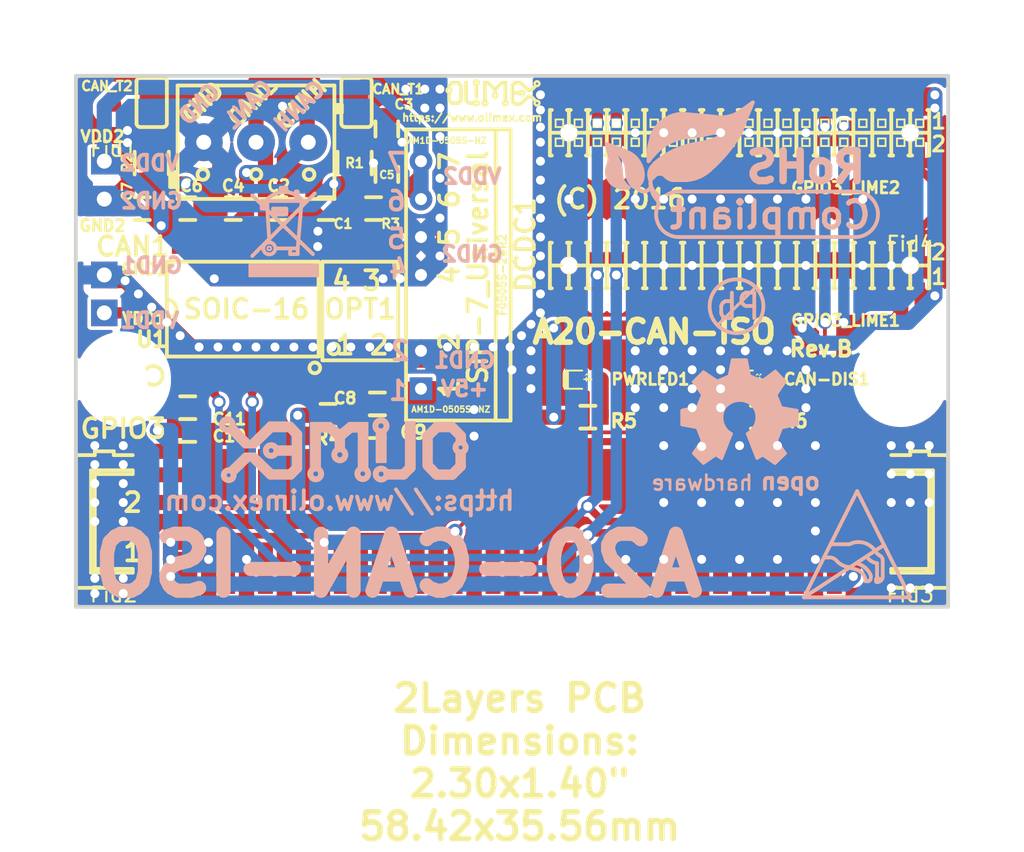
<source format=kicad_pcb>
(kicad_pcb (version 20221018) (generator pcbnew)
  (layers (0 "F.Cu" signal) (31 "B.Cu" signal) (34 "B.Paste" user) (35 "F.Paste" user) (36 "B.SilkS" user "B.Silkscreen") (37 "F.SilkS" user "F.Silkscreen") (38 "B.Mask" user) (39 "F.Mask" user) (44 "Edge.Cuts" user))
  (net 0 "")
  (net 1 "+5V")
  (net 2 "+3V3")
  (net 3 "GND")
  (net 4 "/CANL")
  (net 5 "/CANH")
  (net 6 "/CAN-CTRL")
  (net 7 "/CAN-TX")
  (net 8 "/CAN-RX")
  (net 9 "Net-(PWRLED1-Pad2)")
  (net 10 "Net-(CAN_T1-Pad1)")
  (net 11 "Earth")
  (net 12 "Net-(C1-Pad2)")
  (net 13 "+5VP")
  (net 14 "Net-(CAN-DIS1-Pad2)")
  (net 15 "Net-(CAN_T2-Pad2)")
  (net 16 "Net-(OPT1-Pad3)")
  (net 17 "Net-(OPT1-Pad1)")
  (net 18 "Net-(GPIO3-Pad5)")
  (net 19 "Net-(GPIO3-Pad6)")
  (net 20 "Net-(GPIO3-Pad7)")
  (net 21 "Net-(GPIO3-Pad8)")
  (net 22 "Net-(GPIO3-Pad9)")
  (net 23 "Net-(GPIO3-Pad10)")
  (net 24 "Net-(GPIO3-Pad12)")
  (net 25 "Net-(GPIO3-Pad13)")
  (net 26 "Net-(GPIO3-Pad14)")
  (net 27 "Net-(GPIO3-Pad15)")
  (net 28 "Net-(GPIO3-Pad16)")
  (net 29 "Net-(GPIO3-Pad17)")
  (net 30 "Net-(GPIO3-Pad18)")
  (net 31 "Net-(GPIO3-Pad19)")
  (net 32 "Net-(GPIO3-Pad20)")
  (net 33 "Net-(GPIO3-Pad21)")
  (net 34 "Net-(GPIO3-Pad22)")
  (net 35 "Net-(GPIO3-Pad23)")
  (net 36 "Net-(GPIO3-Pad24)")
  (net 37 "Net-(GPIO3-Pad25)")
  (net 38 "Net-(GPIO3-Pad26)")
  (net 39 "Net-(GPIO3-Pad27)")
  (net 40 "Net-(GPIO3-Pad28)")
  (net 41 "Net-(GPIO3-Pad29)")
  (net 42 "Net-(GPIO3-Pad30)")
  (net 43 "Net-(GPIO3-Pad31)")
  (net 44 "Net-(GPIO3-Pad32)")
  (net 45 "Net-(GPIO3-Pad34)")
  (net 46 "Net-(GPIO3-Pad36)")
  (net 47 "Net-(GPIO3-Pad37)")
  (net 48 "Net-(GPIO3-Pad38)")
  (net 49 "Net-(GPIO3-Pad39)")
  (net 50 "Net-(GPIO3-Pad40)")
  (net 51 "Net-(GPIO3_LIME1-Pad40)")
  (net 52 "Net-(GPIO3_LIME1-Pad39)")
  (net 53 "Net-(GPIO3_LIME1-Pad38)")
  (net 54 "Net-(GPIO3_LIME1-Pad37)")
  (net 55 "Net-(GPIO3_LIME1-Pad36)")
  (net 56 "Net-(GPIO3_LIME1-Pad34)")
  (net 57 "Net-(GPIO3_LIME1-Pad32)")
  (net 58 "Net-(GPIO3_LIME1-Pad31)")
  (net 59 "Net-(GPIO3_LIME1-Pad30)")
  (net 60 "Net-(GPIO3_LIME1-Pad29)")
  (net 61 "Net-(GPIO3_LIME1-Pad28)")
  (net 62 "Net-(GPIO3_LIME1-Pad27)")
  (net 63 "Net-(GPIO3_LIME1-Pad26)")
  (net 64 "Net-(GPIO3_LIME1-Pad25)")
  (net 65 "Net-(GPIO3_LIME1-Pad24)")
  (net 66 "Net-(GPIO3_LIME1-Pad23)")
  (net 67 "Net-(GPIO3_LIME1-Pad22)")
  (net 68 "Net-(GPIO3_LIME1-Pad21)")
  (net 69 "Net-(GPIO3_LIME1-Pad5)")
  (net 70 "Net-(GPIO3_LIME1-Pad6)")
  (net 71 "Net-(GPIO3_LIME1-Pad7)")
  (net 72 "Net-(GPIO3_LIME1-Pad8)")
  (net 73 "Net-(GPIO3_LIME1-Pad9)")
  (net 74 "Net-(GPIO3_LIME1-Pad10)")
  (net 75 "Net-(GPIO3_LIME1-Pad12)")
  (net 76 "Net-(GPIO3_LIME1-Pad13)")
  (net 77 "Net-(GPIO3_LIME1-Pad14)")
  (net 78 "Net-(GPIO3_LIME1-Pad15)")
  (net 79 "Net-(GPIO3_LIME1-Pad16)")
  (net 80 "Net-(GPIO3_LIME1-Pad17)")
  (net 81 "Net-(GPIO3_LIME1-Pad18)")
  (net 82 "Net-(GPIO3_LIME1-Pad19)")
  (net 83 "Net-(GPIO3_LIME1-Pad20)")
  (net 84 "Net-(GPIO3_LIME2-Pad40)")
  (net 85 "Net-(GPIO3_LIME2-Pad39)")
  (net 86 "Net-(GPIO3_LIME2-Pad38)")
  (net 87 "Net-(GPIO3_LIME2-Pad37)")
  (net 88 "Net-(GPIO3_LIME2-Pad36)")
  (net 89 "Net-(GPIO3_LIME2-Pad34)")
  (net 90 "Net-(GPIO3_LIME2-Pad32)")
  (net 91 "Net-(GPIO3_LIME2-Pad31)")
  (net 92 "Net-(GPIO3_LIME2-Pad30)")
  (net 93 "Net-(GPIO3_LIME2-Pad29)")
  (net 94 "Net-(GPIO3_LIME2-Pad28)")
  (net 95 "Net-(GPIO3_LIME2-Pad27)")
  (net 96 "Net-(GPIO3_LIME2-Pad26)")
  (net 97 "Net-(GPIO3_LIME2-Pad25)")
  (net 98 "Net-(GPIO3_LIME2-Pad24)")
  (net 99 "Net-(GPIO3_LIME2-Pad23)")
  (net 100 "Net-(GPIO3_LIME2-Pad22)")
  (net 101 "Net-(GPIO3_LIME2-Pad21)")
  (net 102 "Net-(GPIO3_LIME2-Pad5)")
  (net 103 "Net-(GPIO3_LIME2-Pad6)")
  (net 104 "Net-(GPIO3_LIME2-Pad7)")
  (net 105 "Net-(GPIO3_LIME2-Pad8)")
  (net 106 "Net-(GPIO3_LIME2-Pad9)")
  (net 107 "Net-(GPIO3_LIME2-Pad10)")
  (net 108 "Net-(GPIO3_LIME2-Pad12)")
  (net 109 "Net-(GPIO3_LIME2-Pad13)")
  (net 110 "Net-(GPIO3_LIME2-Pad14)")
  (net 111 "Net-(GPIO3_LIME2-Pad15)")
  (net 112 "Net-(GPIO3_LIME2-Pad16)")
  (net 113 "Net-(GPIO3_LIME2-Pad17)")
  (net 114 "Net-(GPIO3_LIME2-Pad18)")
  (net 115 "Net-(GPIO3_LIME2-Pad19)")
  (net 116 "Net-(GPIO3_LIME2-Pad20)")
  (net 117 "Net-(U1-Pad4)")
  (net 118 "Net-(U1-Pad6)")
  (footprint "OLIMEX_RLC-FP:C_0603_5MIL_DWS" (layer "F.Cu") (at 143.764 100.33)
    (fp_text reference "C1")
    (fp_text value "4.7nF")
  )
  (footprint "OLIMEX_RLC-FP:C_0603_5MIL_DWS" (layer "F.Cu") (at 140.589 100.33 180)
    (fp_text reference "C2")
    (fp_text value "47pF")
  )
  (footprint "OLIMEX_Connectors-FP:TB3-3.5mm" (layer "F.Cu") (at 139.065 95.885)
    (fp_text reference "CAN1")
    (fp_text value "TB3-3.5mm")
  )
  (footprint "OLIMEX_Connectors-FP:GPCB127SMT-02X20(YA-V36P-2X20-LF)" (layer "F.Cu") (at 171.45 104.14 180)
    (fp_text reference "GPIO3_LIME1")
    (fp_text value "PA-V16X-2X20-LF")
  )
  (footprint "OLIMEX_Connectors-FP:GPH127SMT-02X20(PA-V16X-2X20-LF)" (layer "F.Cu") (at 171.45 95.25 180)
    (fp_text reference "GPIO3_LIME2")
    (fp_text value "PA-V16X-2X20-LF")
  )
  (footprint "OLIMEX_LEDs-FP:LED_0603_KA" (layer "F.Cu") (at 161.29 111.76)
    (fp_text reference "PWRLED1")
    (fp_text value "LED/Red/0603")
  )
  (footprint "OLIMEX_RLC-FP:R_0603_5MIL_DWS" (layer "F.Cu") (at 146.939 100.33 180)
    (fp_text reference "R3")
    (fp_text value "10k")
  )
  (footprint "OLIMEX_RLC-FP:R_0603_5MIL_DWS" (layer "F.Cu") (at 143.891 114.173 180)
    (fp_text reference "R4")
    (fp_text value "NA(220R)")
  )
  (footprint "OLIMEX_RLC-FP:R_0603_5MIL_DWS" (layer "F.Cu") (at 161.29 114.3)
    (fp_text reference "R5")
    (fp_text value "2.2k")
  )
  (footprint "OLIMEX_RLC-FP:R_0603_5MIL_DWS" (layer "F.Cu") (at 172.72 114.3)
    (fp_text reference "R6")
    (fp_text value "NA(2.2k)")
  )
  (footprint "OLIMEX_Connectors-FP:GBH-254-SMT-40_Shorten_Pads" (layer "F.Cu") (at 156.21 121.285)
    (fp_text reference "GPIO3")
    (fp_text value "GBH-254-SMT-40")
  )
  (footprint "OLIMEX_Jumpers-FP:SJ" (layer "F.Cu") (at 145.796 93.218 90)
    (fp_text reference "CAN_T1")
    (fp_text value "Opened")
  )
  (footprint "OLIMEX_Other-FP:TEST_PAD40x70_SQUARE" (layer "F.Cu") (at 128.905 107.315 90)
    (fp_text reference "VDD1")
    (fp_text value "TESTPAD" hide)
  )
  (footprint "OLIMEX_Other-FP:Fiducial1x3" (layer "F.Cu") (at 129.54 123.19)
    (fp_text reference "Fid2")
    (fp_text value "")
  )
  (footprint "OLIMEX_Other-FP:Fiducial1x3" (layer "F.Cu") (at 182.88 99.695)
    (fp_text reference "Fid4")
    (fp_text value "")
  )
  (footprint "OLIMEX_Other-FP:Fiducial1x3" (layer "F.Cu") (at 182.88 123.19)
    (fp_text reference "Fid3")
    (fp_text value "")
  )
  (footprint "OLIMEX_Other-FP:Mounting_hole_3.3mm" (layer "F.Cu") (at 130.175 111.76)
    (fp_text reference "MountingHole1" hide)
    (fp_text value "Mounting_hole_3.3mm" hide)
  )
  (footprint "OLIMEX_Other-FP:Mounting_hole_3.3mm" (layer "F.Cu") (at 182.245 111.76)
    (fp_text reference "MountingHole2" hide)
    (fp_text value "Mounting_hole_3.3mm" hide)
  )
  (footprint "OLIMEX_Other-FP:Fiducial1x3" (layer "F.Cu") (at 129.54 93.345)
    (fp_text reference "Fid1")
    (fp_text value "")
  )
  (footprint "OLIMEX_RLC-FP:C_0603_5MIL_DWS" (layer "F.Cu") (at 147.828 94.996 90)
    (fp_text reference "C3")
    (fp_text value "100nF")
  )
  (footprint "OLIMEX_RLC-FP:C_0603_5MIL_DWS" (layer "F.Cu") (at 137.541 100.33)
    (fp_text reference "C4")
    (fp_text value "47pF")
  )
  (footprint "OLIMEX_RLC-FP:C_0603_5MIL_DWS" (layer "F.Cu") (at 147.828 98.044 -90)
    (fp_text reference "C5")
    (fp_text value "10uF/6.3V/0603")
  )
  (footprint "OLIMEX_RLC-FP:C_0603_5MIL_DWS" (layer "F.Cu") (at 134.493 100.33 180)
    (fp_text reference "C6")
    (fp_text value "100nF")
  )
  (footprint "OLIMEX_RLC-FP:C_0603_5MIL_DWS" (layer "F.Cu") (at 131.445 100.33)
    (fp_text reference "C7")
    (fp_text value "10uF/6.3V/0603")
  )
  (footprint "OLIMEX_RLC-FP:C_0603_5MIL_DWS" (layer "F.Cu") (at 147.193 113.411)
    (fp_text reference "C8")
    (fp_text value "100nF")
  )
  (footprint "OLIMEX_RLC-FP:C_0603_5MIL_DWS" (layer "F.Cu") (at 147.193 114.935)
    (fp_text reference "C9")
    (fp_text value "10uF/6.3V/0603")
  )
  (footprint "OLIMEX_RLC-FP:C_0603_5MIL_DWS" (layer "F.Cu") (at 134.493 115.189 180)
    (fp_text reference "C10")
    (fp_text value "100nF")
  )
  (footprint "OLIMEX_RLC-FP:C_0603_5MIL_DWS" (layer "F.Cu") (at 134.493 113.665 180)
    (fp_text reference "C11")
    (fp_text value "10uF/6.3V/0603")
  )
  (footprint "OLIMEX_LEDs-FP:LED_0603_KA" (layer "F.Cu") (at 172.72 111.76)
    (fp_text reference "CAN-DIS1")
    (fp_text value "NA(LED/Red/0603)")
  )
  (footprint "OLIMEX_Jumpers-FP:SJ" (layer "F.Cu") (at 132.08 93.218 -90)
    (fp_text reference "CAN_T2")
    (fp_text value "Opened")
  )
  (footprint "OLIMEX_Other-FP:TEST_PAD40x70_SQUARE" (layer "F.Cu") (at 128.905 104.775 90)
    (fp_text reference "GND1")
    (fp_text value "TESTPAD" hide)
  )
  (footprint "OLIMEX_Other-FP:TEST_PAD40x70_SQUARE" (layer "F.Cu") (at 128.905 99.695)
    (fp_text reference "GND2")
    (fp_text value "TESTPAD" hide)
  )
  (footprint "OLIMEX_Devices-FP:H11A817C_SMD(PC817X3NIP06)_FP" (layer "F.Cu") (at 146.05 107.188)
    (fp_text reference "OPT1")
    (fp_text value "NA(H11A817C_SMD(PC817X3NIP06))")
  )
  (footprint "OLIMEX_RLC-FP:R_1206_5MIL_DWS" (layer "F.Cu") (at 145.669 97.282 -90)
    (fp_text reference "R1")
    (fp_text value "60.4R/1%")
  )
  (footprint "OLIMEX_RLC-FP:R_1206_5MIL_DWS" (layer "F.Cu") (at 132.08 97.282 90)
    (fp_text reference "R2")
    (fp_text value "60.4R/1%")
  )
  (footprint "OLIMEX_IC-FP:SOIC-16_300mil" (layer "F.Cu") (at 138.176 107.061)
    (fp_text reference "U1")
    (fp_text value "TJA1052IT/5Y(SOIC-16_300mil)")
  )
  (footprint "OLIMEX_Other-FP:TEST_PAD40x70_SQUARE" (layer "F.Cu") (at 128.905 97.155)
    (fp_text reference "VDD2")
    (fp_text value "TESTPAD" hide)
  )
  (footprint "OLIMEX_LOGOs-FP:LOGO_OLIMEX_80" (layer "F.Cu") (at 154.94 92.583)
    (fp_text reference "Logo-Olimex" hide)
    (fp_text value "" hide)
  )
  (footprint "OLIMEX_Regulators-FP:SIP-7_Universal" (layer "F.Cu") (at 150.114 104.775 90)
    (fp_text reference "DCDC1")
    (fp_text value "F0505S-2WR2(SIP-7_Universal)")
  )
  (footprint "OLIMEX_LOGOs-FP:LOGO_ANTISTATIC_1" (layer "B.Cu") (at 182.88 126.365 180)
    (fp_text reference "Sign_Antistatic" hide)
    (fp_text value "Val**" hide)
  )
  (footprint "OLIMEX_LOGOs-FP:LOGO_PBFREE" (layer "B.Cu") (at 171.45 106.553)
    (fp_text reference "Sign_Pb-Free")
    (fp_text value "")
  )
  (footprint "OLIMEX_LOGOs-FP:LOGO_RECYCLEBIN_1" (layer "B.Cu") (at 143.256 104.902 180)
    (fp_text reference "Sign_RecycleBin" hide)
    (fp_text value "" hide)
  )
  (footprint "OLIMEX_LOGOs-FP:OLIMEX_LOGO_TB" (layer "B.Cu") (at 144.78 116.459 180)
    (fp_text reference "Logo_Olimex" hide)
    (fp_text value "" hide)
  )
  (footprint "OLIMEX_LOGOs-FP:LOGO_ROHS_1" (layer "B.Cu") (at 179.705 101.6 180)
    (fp_text reference "Sign_RoHS" hide)
    (fp_text value "Val**" hide)
  )
  (footprint "OLIMEX_LOGOs-FP:LOGO_OPENHARDWARE_8x8" (layer "B.Cu") (at 171.45 114.427 180)
    (fp_text reference "Sign_OSHW" hide)
    (fp_text value "" hide)
  )
  (gr_line (start 148.554964 104.038664) (end 148.300964 104.038664) (stroke (width 0.2)) (layer "F.SilkS"))
  (gr_line (start 148.300964 104.165664) (end 148.300964 103.911664) (stroke (width 0.2)) (layer "F.SilkS"))
  (gr_line (start 148.554964 104.165664) (end 148.300964 104.165664) (stroke (width 0.2)) (layer "F.SilkS"))
  (gr_line (start 142.966964 104.165664) (end 142.966964 103.911664) (stroke (width 0.2)) (layer "F.SilkS"))
  (gr_line (start 143.220964 104.165664) (end 142.966964 104.165664) (stroke (width 0.2)) (layer "F.SilkS"))
  (gr_line (start 143.220964 104.038664) (end 142.966964 104.038664) (stroke (width 0.2)) (layer "F.SilkS"))
  (gr_line (start 185.42 91.44) (end 127 91.44) (stroke (width 0.254)) (layer "Edge.Cuts"))
  (gr_line (start 185.42 127) (end 185.42 91.44) (stroke (width 0.254)) (layer "Edge.Cuts"))
  (gr_line (start 127 127) (end 185.42 127) (stroke (width 0.254)) (layer "Edge.Cuts"))
  (gr_line (start 127 91.44) (end 127 127) (stroke (width 0.254)) (layer "Edge.Cuts"))
  (gr_text "GND" (at 135.255 93.345 45) (layer "B.SilkS") (effects (font (size 1.016 1.016) (thickness 0.254)) (justify mirror)))
  (gr_text "CANL" (at 138.557 93.345 45) (layer "B.SilkS") (effects (font (size 1.016 1.016) (thickness 0.254)) (justify mirror)))
  (gr_text "CANH" (at 141.986 93.472 45) (layer "B.SilkS") (effects (font (size 1.016 1.016) (thickness 0.254)) (justify mirror)))
  (gr_text "A20-CAN-ISO" (at 148.59 124.206) (layer "B.SilkS") (effects (font (size 3.81 3.81) (thickness 0.9525)) (justify mirror)))
  (gr_text "https://www.olimex.com" (at 144.653 119.888) (layer "B.SilkS") (effects (font (size 1.27 1.27) (thickness 0.254)) (justify mirror)))
  (gr_text "VDD2" (at 131.953 97.282) (layer "B.SilkS") (effects (font (size 1.016 1.016) (thickness 0.254)) (justify mirror)))
  (gr_text "GND1" (at 132.08 104.14) (layer "B.SilkS") (effects (font (size 1.016 1.016) (thickness 0.254)) (justify mirror)))
  (gr_text "GND2" (at 132.08 99.822) (layer "B.SilkS") (effects (font (size 1.016 1.016) (thickness 0.254)) (justify mirror)))
  (gr_text "VDD1" (at 131.953 107.823) (layer "B.SilkS") (effects (font (size 1.016 1.016) (thickness 0.254)) (justify mirror)))
  (gr_text "1" (at 148.59 112.522) (layer "B.SilkS") (effects (font (size 1.27 1.27) (thickness 0.254)) (justify mirror)))
  (gr_text "2" (at 148.717 109.855) (layer "B.SilkS") (effects (font (size 1.27 1.27) (thickness 0.254)) (justify mirror)))
  (gr_text "4" (at 148.59 104.394) (layer "B.SilkS") (effects (font (size 1.27 1.27) (thickness 0.254)) (justify mirror)))
  (gr_text "5" (at 148.463 102.362) (layer "B.SilkS") (effects (font (size 1.27 1.27) (thickness 0.254)) (justify mirror)))
  (gr_text "6" (at 148.463 99.822) (layer "B.SilkS") (effects (font (size 1.27 1.27) (thickness 0.254)) (justify mirror)))
  (gr_text "7" (at 148.463 97.282) (layer "B.SilkS") (effects (font (size 1.27 1.27) (thickness 0.254)) (justify mirror)))
  (gr_text "VDD2" (at 153.543 98.171) (layer "B.SilkS") (effects (font (size 1.016 1.016) (thickness 0.254)) (justify mirror)))
  (gr_text "GND2" (at 153.543 103.378) (layer "B.SilkS") (effects (font (size 1.016 1.016) (thickness 0.254)) (justify mirror)))
  (gr_text "GND1" (at 153.035 110.49) (layer "B.SilkS") (effects (font (size 1.016 1.016) (thickness 0.254)) (justify mirror)))
  (gr_text "+5V" (at 153.035 112.395) (layer "B.SilkS") (effects (font (size 1.016 1.016) (thickness 0.254)) (justify mirror)))
  (gr_text "Rev.B" (at 176.911 109.728) (layer "F.SilkS") (effects (font (size 1.016 1.016) (thickness 0.254))))
  (gr_text "CANL" (at 138.811 93.218 45) (layer "F.SilkS") (effects (font (size 1.016 1.016) (thickness 0.254))))
  (gr_text "CANH" (at 142.113 93.345 45) (layer "F.SilkS") (effects (font (size 1.016 1.016) (thickness 0.254))))
  (gr_text "(C) 2016" (at 163.449 99.695) (layer "F.SilkS") (effects (font (size 1.27 1.27) (thickness 0.254))))
  (gr_text "A20-CAN-ISO" (at 165.735 108.585) (layer "F.SilkS") (effects (font (size 1.524 1.524) (thickness 0.381))))
  (gr_text "https://www.olimex.com" (at 153.543 94.234) (layer "F.SilkS") (effects (font (size 0.508 0.508) (thickness 0.127))))
  (gr_text "GND" (at 135.509 93.218 45) (layer "F.SilkS") (effects (font (size 1.016 1.016) (thickness 0.254))))
  (gr_text "2Layers PCB\nDimensions:\n2.30x1.40\"\n58.42x35.56mm\n" (at 156.718 137.414) (layer "F.SilkS") (effects (font (size 1.778 1.778) (thickness 0.381))))
  (segment (start 183.515 93.599) (end 184.404 93.599) (width 1.016) (layer "F.Cu") (net 1))
  (segment (start 184.404 93.599) (end 184.531 93.599) (width 1.016) (layer "F.Cu") (net 1))
  (segment (start 183.515 92.71) (end 184.531 92.71) (width 1.016) (layer "F.Cu") (net 1))
  (segment (start 184.531 92.71) (end 184.531 93.599) (width 1.016) (layer "F.Cu") (net 1))
  (segment (start 151.892 113.411) (end 152.908 112.395) (width 1.016) (layer "F.Cu") (net 1))
  (segment (start 148.082 114.935) (end 150.241 114.935) (width 1.016) (layer "F.Cu") (net 1))
  (segment (start 184.023 106.172) (end 184.531 106.172) (width 1.016) (layer "F.Cu") (net 1))
  (segment (start 149.225 114.173) (end 149.098 114.046) (width 1.016) (layer "F.Cu") (net 1))
  (segment (start 183.515 93.218) (end 183.515 92.71) (width 1.016) (layer "F.Cu") (net 1))
  (segment (start 151.13 114.173) (end 151.892 113.411) (width 1.016) (layer "F.Cu") (net 1))
  (segment (start 149.479 112.395) (end 148.59 113.411) (width 1.016) (layer "F.Cu") (net 1))
  (segment (start 183.515 106.172) (end 184.023 106.172) (width 0.762) (layer "F.Cu") (net 1))
  (segment (start 150.241 121.285) (end 132.588 121.285) (width 1.016) (layer "F.Cu") (net 1))
  (segment (start 150.241 114.935) (end 151.13 114.935) (width 1.016) (layer "F.Cu") (net 1))
  (segment (start 150.876 112.395) (end 151.892 113.411) (width 1.016) (layer "F.Cu") (net 1))
  (segment (start 151.13 115.57) (end 151.13 120.396) (width 1.016) (layer "F.Cu") (net 1))
  (segment (start 132.08 121.793) (end 132.08 124.41) (width 1.016) (layer "F.Cu") (net 1))
  (segment (start 159.640396 108.331) (end 159.004004 108.331) (width 1.016) (layer "F.Cu") (net 1))
  (segment (start 160.401 114.3) (end 159.004 114.3) (width 1.016) (layer "F.Cu") (net 1))
  (segment (start 151.13 120.396) (end 150.241 121.285) (width 1.016) (layer "F.Cu") (net 1))
  (segment (start 175.640996 108.331) (end 159.004004 108.331) (width 1.016) (layer "F.Cu") (net 1))
  (segment (start 150.114 112.395) (end 150.876 112.395) (width 1.016) (layer "F.Cu") (net 1))
  (segment (start 148.082 114.173) (end 148.082 114.935) (width 1.016) (layer "F.Cu") (net 1))
  (segment (start 154.559 112.395) (end 156.464 114.3) (width 1.016) (layer "F.Cu") (net 1))
  (segment (start 132.588 121.285) (end 132.08 121.793) (width 1.016) (layer "F.Cu") (net 1))
  (segment (start 149.86 114.173) (end 149.225 114.173) (width 1.016) (layer "F.Cu") (net 1))
  (segment (start 149.987 112.522) (end 151.13 113.538) (width 1.016) (layer "F.Cu") (net 1))
  (segment (start 148.082 113.411) (end 148.082 114.173) (width 1.016) (layer "F.Cu") (net 1))
  (segment (start 150.114 112.395) (end 149.987 112.522) (width 1.016) (layer "F.Cu") (net 1))
  (segment (start 151.003 113.411) (end 151.13 113.538) (width 1.016) (layer "F.Cu") (net 1))
  (segment (start 151.13 113.538) (end 151.13 114.173) (width 1.016) (layer "F.Cu") (net 1))
  (segment (start 148.082 114.173) (end 149.86 114.173) (width 1.016) (layer "F.Cu") (net 1))
  (segment (start 150.114 112.395) (end 152.908 112.395) (width 1.016) (layer "F.Cu") (net 1))
  (segment (start 150.495 114.935) (end 151.13 115.57) (width 1.016) (layer "F.Cu") (net 1))
  (segment (start 152.908 112.395) (end 154.559 112.395) (width 1.016) (layer "F.Cu") (net 1))
  (segment (start 148.59 113.411) (end 148.082 113.411) (width 1.016) (layer "F.Cu") (net 1))
  (segment (start 151.13 114.935) (end 151.13 115.57) (width 1.016) (layer "F.Cu") (net 1))
  (segment (start 150.241 114.935) (end 150.495 114.935) (width 1.016) (layer "F.Cu") (net 1))
  (segment (start 183.515 93.091) (end 183.515 93.599) (width 1.016) (layer "F.Cu") (net 1))
  (segment (start 150.114 112.395) (end 149.479 112.395) (width 1.016) (layer "F.Cu") (net 1))
  (segment (start 159.004 114.3) (end 156.464 114.3) (width 1.016) (layer "F.Cu") (net 1))
  (segment (start 151.13 114.173) (end 151.13 114.935) (width 1.016) (layer "F.Cu") (net 1))
  (segment (start 151.13 114.173) (end 149.86 114.173) (width 1.016) (layer "F.Cu") (net 1))
  (segment (start 148.082 113.411) (end 151.003 113.411) (width 1.016) (layer "F.Cu") (net 1))
  (via (at 159.004004 108.331) (size 0.9) (drill 0.6) (layers "F.Cu" "B.Cu") (net 1))
  (via (at 159.004 114.3) (size 0.9) (drill 0.6) (layers "F.Cu" "B.Cu") (net 1))
  (via (at 184.531 93.599) (size 0.9) (drill 0.6) (layers "F.Cu" "B.Cu") (net 1))
  (via (at 175.640996 108.331) (size 0.9) (drill 0.6) (layers "F.Cu" "B.Cu") (net 1))
  (via (at 184.531 92.71) (size 0.9) (drill 0.6) (layers "F.Cu" "B.Cu") (net 1))
  (via (at 184.531 106.172) (size 0.9) (drill 0.6) (layers "F.Cu" "B.Cu") (net 1))
  (segment (start 184.531 104.013) (end 184.531 93.726) (width 1.016) (layer "B.Cu") (net 1))
  (segment (start 184.531 93.726) (end 184.531 93.599) (width 1.016) (layer "B.Cu") (net 1))
  (segment (start 184.531 92.71) (end 184.531 93.599) (width 1.016) (layer "B.Cu") (net 1))
  (segment (start 184.531 106.172) (end 184.531 104.013) (width 1.016) (layer "B.Cu") (net 1))
  (segment (start 178.943 109.347) (end 176.656996 109.347) (width 1.016) (layer "B.Cu") (net 1))
  (segment (start 182.753 107.95) (end 180.34 107.95) (width 1.016) (layer "B.Cu") (net 1))
  (segment (start 176.656996 109.347) (end 176.090995 108.780999) (width 1.016) (layer "B.Cu") (net 1))
  (segment (start 159.004 108.331004) (end 159.004004 108.331) (width 1.016) (layer "B.Cu") (net 1))
  (segment (start 159.004 114.3) (end 159.004 108.331004) (width 1.016) (layer "B.Cu") (net 1))
  (segment (start 176.090995 108.780999) (end 175.640996 108.331) (width 1.016) (layer "B.Cu") (net 1))
  (segment (start 180.34 107.95) (end 178.943 109.347) (width 1.016) (layer "B.Cu") (net 1))
  (segment (start 184.531 106.172) (end 182.753 107.95) (width 1.016) (layer "B.Cu") (net 1))
  (segment (start 133.35 122.682) (end 133.350002 122.682) (width 1.016) (layer "F.Cu") (net 2))
  (segment (start 133.337302 122.694698) (end 133.337302 123.825) (width 1.016) (layer "F.Cu") (net 2))
  (segment (start 133.337302 123.825) (end 133.350006 123.825) (width 1.016) (layer "F.Cu") (net 2))
  (segment (start 133.337302 123.825) (end 133.337302 123.825) (width 1.016) (layer "F.Cu") (net 2))
  (segment (start 133.35 123.837698) (end 133.35 124.968) (width 1.016) (layer "F.Cu") (net 2))
  (segment (start 134.62 124.968) (end 134.62 124.664) (width 1.016) (layer "F.Cu") (net 2))
  (segment (start 133.35 123.837698) (end 133.35 123.837698) (width 1.016) (layer "F.Cu") (net 2))
  (segment (start 133.362698 123.825) (end 134.62 123.825) (width 1.016) (layer "F.Cu") (net 2))
  (segment (start 134.62 123.825) (end 134.62 124.41) (width 1.016) (layer "F.Cu") (net 2))
  (segment (start 179.324 107.95) (end 181.795742 107.95) (width 1.016) (layer "F.Cu") (net 2))
  (segment (start 178.435 108.839) (end 178.435 107.95) (width 1.016) (layer "F.Cu") (net 2))
  (segment (start 133.731 110.1835) (end 130.8625 107.315) (width 0.762) (layer "F.Cu") (net 2))
  (segment (start 182.245 93.218) (end 182.245 94.488) (width 0.762) (layer "F.Cu") (net 2))
  (segment (start 181.923678 94.809322) (end 179.071396 94.809322) (width 0.762) (layer "F.Cu") (net 2))
  (segment (start 134.62 122.682) (end 133.35 122.682) (width 1.016) (layer "F.Cu") (net 2))
  (segment (start 133.350002 122.682) (end 133.35 122.682002) (width 1.016) (layer "F.Cu") (net 2))
  (segment (start 134.62 124.664) (end 134.62 122.682) (width 1.016) (layer "F.Cu") (net 2))
  (segment (start 133.731 113.538) (end 133.604 113.665) (width 0.762) (layer "F.Cu") (net 2))
  (segment (start 133.35 124.968) (end 134.62 124.968) (width 1.016) (layer "F.Cu") (net 2))
  (segment (start 133.731 111.761) (end 133.731 110.1835) (width 0.7112) (layer "F.Cu") (net 2))
  (segment (start 179.07 124.968004) (end 179.07 113.792) (width 1.016) (layer "F.Cu") (net 2))
  (segment (start 182.245 94.488) (end 181.923678 94.809322) (width 0.762) (layer "F.Cu") (net 2))
  (segment (start 133.35 123.837698) (end 133.362698 123.825) (width 1.016) (layer "F.Cu") (net 2))
  (segment (start 182.245 107.500742) (end 182.245 106.172) (width 1.016) (layer "F.Cu") (net 2))
  (segment (start 130.556 107.315) (end 128.905 107.315) (width 0.762) (layer "F.Cu") (net 2))
  (segment (start 133.731 111.761) (end 133.731 113.538) (width 0.7112) (layer "F.Cu") (net 2))
  (segment (start 179.07 113.792) (end 178.435 113.157) (width 1.016) (layer "F.Cu") (net 2))
  (segment (start 133.604 115.189) (end 132.461008 115.189) (width 1.016) (layer "F.Cu") (net 2))
  (segment (start 133.337302 123.825) (end 133.35 123.837698) (width 1.016) (layer "F.Cu") (net 2))
  (segment (start 179.324 107.95) (end 178.435 108.839) (width 1.016) (layer "F.Cu") (net 2))
  (segment (start 133.35 122.682) (end 133.337302 122.694698) (width 1.016) (layer "F.Cu") (net 2))
  (segment (start 133.604 113.665) (end 133.604 115.189) (width 1.016) (layer "F.Cu") (net 2))
  (segment (start 179.071396 94.809322) (end 178.435 94.809322) (width 0.762) (layer "F.Cu") (net 2))
  (segment (start 178.435 107.95) (end 179.324 107.95) (width 1.016) (layer "F.Cu") (net 2))
  (segment (start 133.350006 123.825) (end 133.35 123.825006) (width 1.016) (layer "F.Cu") (net 2))
  (segment (start 181.795742 107.95) (end 182.245 107.500742) (width 1.016) (layer "F.Cu") (net 2))
  (segment (start 130.8625 107.315) (end 130.556 107.315) (width 0.762) (layer "F.Cu") (net 2))
  (segment (start 178.435 113.157) (end 178.435 108.839) (width 1.016) (layer "F.Cu") (net 2))
  (via (at 133.35 123.825006) (size 0.9) (drill 0.6) (layers "F.Cu" "B.Cu") (net 2))
  (via (at 133.35 122.682002) (size 0.9) (drill 0.6) (layers "F.Cu" "B.Cu") (net 2))
  (via (at 133.35 124.968) (size 0.9) (drill 0.6) (layers "F.Cu" "B.Cu") (net 2))
  (via (at 132.461008 115.189) (size 0.9) (drill 0.6) (layers "F.Cu" "B.Cu") (net 2))
  (via (at 178.435 94.809322) (size 0.9) (drill 0.6) (layers "F.Cu" "B.Cu") (net 2))
  (via (at 178.435 107.95) (size 0.9) (drill 0.6) (layers "F.Cu" "B.Cu") (net 2))
  (via (at 179.07 124.968004) (size 0.9) (drill 0.6) (layers "F.Cu" "B.Cu") (net 2))
  (segment (start 133.35 124.968) (end 133.35 123.825) (width 1.016) (layer "B.Cu") (net 2))
  (segment (start 133.35 123.825) (end 133.35 123.825006) (width 1.016) (layer "B.Cu") (net 2))
  (segment (start 178.435 107.95) (end 178.435 94.809322) (width 0.762) (layer "B.Cu") (net 2))
  (segment (start 133.35 115.316) (end 133.35 115.189) (width 1.016) (layer "B.Cu") (net 2))
  (segment (start 133.858 125.476) (end 178.562004 125.476) (width 1.016) (layer "B.Cu") (net 2))
  (segment (start 133.35 116.078) (end 133.35 115.189) (width 1.016) (layer "B.Cu") (net 2))
  (segment (start 133.35 116.077992) (end 133.35 116.078) (width 1.016) (layer "B.Cu") (net 2))
  (segment (start 178.562004 125.476) (end 179.07 124.968004) (width 1.016) (layer "B.Cu") (net 2))
  (segment (start 133.35 122.682002) (end 133.35 123.825) (width 1.016) (layer "B.Cu") (net 2))
  (segment (start 133.35 124.968) (end 133.858 125.476) (width 1.016) (layer "B.Cu") (net 2))
  (segment (start 133.35 115.189) (end 132.461008 115.189) (width 1.016) (layer "B.Cu") (net 2))
  (segment (start 132.461008 115.189) (end 133.35 116.077992) (width 1.016) (layer "B.Cu") (net 2))
  (segment (start 133.35 122.682002) (end 133.35 116.078) (width 1.016) (layer "B.Cu") (net 2))
  (segment (start 132.08 116.586) (end 134.62 116.586) (width 1.016) (layer "F.Cu") (net 3))
  (segment (start 134.62 116.586) (end 134.62 118.11) (width 1.016) (layer "F.Cu") (net 3))
  (segment (start 134.62 118.11) (end 134.62 118.16) (width 1.016) (layer "F.Cu") (net 3))
  (segment (start 182.245 102.997) (end 181.102 104.14) (width 0.762) (layer "F.Cu") (net 3))
  (segment (start 171.831 109.855) (end 171.704 109.855) (width 1.016) (layer "F.Cu") (net 3))
  (segment (start 183.515 102.743) (end 182.245 102.743) (width 0.762) (layer "F.Cu") (net 3))
  (segment (start 182.245 102.743) (end 182.245 102.108) (width 0.762) (layer "F.Cu") (net 3))
  (segment (start 182.245 97.917) (end 183.515 97.917) (width 0.508) (layer "F.Cu") (net 3))
  (segment (start 183.515 97.917) (end 183.515 97.282) (width 0.508) (layer "F.Cu") (net 3))
  (segment (start 184.650001 99.06) (end 184.650001 100.591999) (width 0.508) (layer "F.Cu") (net 3))
  (segment (start 184.650001 98.798001) (end 183.769 97.917) (width 0.508) (layer "F.Cu") (net 3))
  (segment (start 183.769 97.917) (end 183.515 97.917) (width 0.508) (layer "F.Cu") (net 3))
  (segment (start 183.515 97.917) (end 183.515 97.282) (width 0.508) (layer "F.Cu") (net 3))
  (segment (start 182.245 101.473) (end 183.515 101.473) (width 0.508) (layer "F.Cu") (net 3))
  (segment (start 183.515 101.473) (end 183.515 102.108) (width 0.508) (layer "F.Cu") (net 3))
  (segment (start 147.32 109.728) (end 147.447 109.601) (width 1.016) (layer "F.Cu") (net 3))
  (segment (start 182.245 97.282) (end 182.245 97.917) (width 0.508) (layer "F.Cu") (net 3))
  (segment (start 133.096 107.95) (end 132.08 106.934) (width 1.016) (layer "F.Cu") (net 3))
  (segment (start 130.175 118.745) (end 130.175 120.015) (width 0.762) (layer "F.Cu") (net 3))
  (segment (start 142.60831 113.16969) (end 142.621 113.157) (width 0.508) (layer "F.Cu") (net 3))
  (segment (start 134.874 120.269) (end 136.017 120.269) (width 0.508) (layer "F.Cu") (net 3))
  (segment (start 134.62 117.094) (end 134.62 116.586) (width 1.016) (layer "F.Cu") (net 3))
  (segment (start 135.636 115.443) (end 135.382 115.189) (width 1.016) (layer "F.Cu") (net 3))
  (segment (start 168.275 104.14) (end 170.18 104.14) (width 1.016) (layer "F.Cu") (net 3))
  (segment (start 144.78 109.601) (end 144.145 109.601) (width 1.016) (layer "F.Cu") (net 3))
  (segment (start 147.32 111.633) (end 147.32 111.125) (width 1.016) (layer "F.Cu") (net 3))
  (segment (start 135.001 110.49) (end 135.89 109.601) (width 0.762) (layer "F.Cu") (net 3))
  (segment (start 148.717 109.601) (end 148.971 109.601) (width 0.762) (layer "F.Cu") (net 3))
  (segment (start 145.923 109.728) (end 145.923 109.601) (width 1.016) (layer "F.Cu") (net 3))
  (segment (start 141.605 109.601) (end 140.335 109.601) (width 1.016) (layer "F.Cu") (net 3))
  (segment (start 131.66252 120.015) (end 134.62 120.015) (width 1.016) (layer "F.Cu") (net 3))
  (segment (start 149.225 109.601) (end 149.731602 109.601) (width 1.016) (layer "F.Cu") (net 3))
  (segment (start 146.304 114.935) (end 145.783206 115.455794) (width 1.016) (layer "F.Cu") (net 3))
  (segment (start 171.831 109.855) (end 173.355 109.855) (width 1.524) (layer "F.Cu") (net 3))
  (segment (start 147.32 111.633) (end 147.32 110.236) (width 1.016) (layer "F.Cu") (net 3))
  (segment (start 157.48 111.125) (end 157.48 112.395) (width 0.762) (layer "F.Cu") (net 3))
  (segment (start 164.465 112.395) (end 164.465 113.665) (width 1.524) (layer "F.Cu") (net 3))
  (segment (start 150.114 109.855) (end 150.114 109.855) (width 1.016) (layer "F.Cu") (net 3))
  (segment (start 174.625 109.855) (end 175.895 111.125) (width 1.016) (layer "F.Cu") (net 3))
  (segment (start 134.62 117.094) (end 134.62 116.713) (width 1.016) (layer "F.Cu") (net 3))
  (segment (start 182.88 118.11) (end 184.15 118.11) (width 1.016) (layer "F.Cu") (net 3))
  (segment (start 135.382 115.951) (end 135.763 115.951) (width 1.016) (layer "F.Cu") (net 3))
  (segment (start 166.995699 110.480699) (end 170.18 113.665) (width 1.016) (layer "F.Cu") (net 3))
  (segment (start 149.225 109.601) (end 151.892014 109.601) (width 0.762) (layer "F.Cu") (net 3))
  (segment (start 142.24 109.601) (end 141.605 109.601) (width 1.016) (layer "F.Cu") (net 3))
  (segment (start 136.271 115.443) (end 136.512206 115.443) (width 1.016) (layer "F.Cu") (net 3))
  (segment (start 150.114 109.855) (end 156.464 109.855) (width 1.524) (layer "F.Cu") (net 3))
  (segment (start 166.37 109.855) (end 164.465 109.855) (width 1.524) (layer "F.Cu") (net 3))
  (segment (start 168.275 112.395) (end 168.275 113.665) (width 1.524) (layer "F.Cu") (net 3))
  (segment (start 147.32 111.125) (end 145.923 109.728) (width 1.016) (layer "F.Cu") (net 3))
  (segment (start 173.99 104.14) (end 175.895 104.14) (width 1.016) (layer "F.Cu") (net 3))
  (segment (start 135.001 113.284) (end 135.382 113.665) (width 0.762) (layer "F.Cu") (net 3))
  (segment (start 171.831 109.855) (end 170.18 109.855) (width 1.524) (layer "F.Cu") (net 3))
  (segment (start 135.001 109.855) (end 135.255 109.601) (width 0.762) (layer "F.Cu") (net 3))
  (segment (start 149.606 109.474) (end 149.606 109.475398) (width 0.762) (layer "F.Cu") (net 3))
  (segment (start 156.845 108.839) (end 157.48 108.204) (width 1.016) (layer "F.Cu") (net 3))
  (segment (start 147.32 111.633) (end 147.32 111.506) (width 1.016) (layer "F.Cu") (net 3))
  (segment (start 156.464 109.855) (end 157.48 109.855) (width 1.524) (layer "F.Cu") (net 3))
  (segment (start 158.115 107.315) (end 157.48 107.95) (width 0.762) (layer "F.Cu") (net 3))
  (segment (start 151.255618 109.601) (end 151.892014 109.601) (width 0.762) (layer "F.Cu") (net 3))
  (segment (start 148.717 109.601) (end 151.892014 109.601) (width 0.762) (layer "F.Cu") (net 3))
  (segment (start 182.245 102.108) (end 182.245 102.997) (width 0.762) (layer "F.Cu") (net 3))
  (segment (start 134.747 109.601) (end 135.255 109.601) (width 1.016) (layer "F.Cu") (net 3))
  (segment (start 135.001 111.761) (end 135.001 113.284) (width 0.762) (layer "F.Cu") (net 3))
  (segment (start 136.512206 115.443) (end 136.525 115.455794) (width 1.016) (layer "F.Cu") (net 3))
  (segment (start 132.08 106.934) (end 131.191 106.045) (width 1.016) (layer "F.Cu") (net 3))
  (segment (start 135.636 116.459) (end 135.636 115.443) (width 1.016) (layer "F.Cu") (net 3))
  (segment (start 149.479 110.49) (end 149.488301 110.480699) (width 1.016) (layer "F.Cu") (net 3))
  (segment (start 164.465 109.855) (end 164.465 111.125) (width 1.524) (layer "F.Cu") (net 3))
  (segment (start 136.525 115.455794) (end 135.459726 115.455794) (width 1.016) (layer "F.Cu") (net 3))
  (segment (start 131.191 106.045) (end 130.302006 105.156006) (width 1.016) (layer "F.Cu") (net 3))
  (segment (start 128.568479 121.165999) (end 130.511521 121.165999) (width 1.016) (layer "F.Cu") (net 3))
  (segment (start 158.115 103.505) (end 158.115 102.235) (width 1.016) (layer "F.Cu") (net 3))
  (segment (start 129.286006 105.156006) (end 129.665604 105.156006) (width 1.016) (layer "F.Cu") (net 3))
  (segment (start 170.18 111.125) (end 170.18 112.395) (width 1.524) (layer "F.Cu") (net 3))
  (segment (start 158.115 99.695) (end 158.115 98.425) (width 1.016) (layer "F.Cu") (net 3))
  (segment (start 164.465 99.695) (end 160.02 99.695) (width 0.762) (layer "F.Cu") (net 3))
  (segment (start 135.89 122.682) (end 135.89 123.825) (width 0.508) (layer "F.Cu") (net 3))
  (segment (start 146.304 113.03) (end 146.304 113.411) (width 1.016) (layer "F.Cu") (net 3))
  (segment (start 142.875 109.601) (end 141.605 109.601) (width 1.016) (layer "F.Cu") (net 3))
  (segment (start 144.78 109.601) (end 145.415 109.601) (width 1.016) (layer "F.Cu") (net 3))
  (segment (start 134.62 116.713) (end 135.382 115.951) (width 1.016) (layer "F.Cu") (net 3))
  (segment (start 133.985 108.839) (end 134.747 109.601) (width 1.016) (layer "F.Cu") (net 3))
  (segment (start 176.53 120.015) (end 176.53 121.92) (width 1.016) (layer "F.Cu") (net 3))
  (segment (start 184.650001 99.06) (end 184.650001 98.798001) (width 0.508) (layer "F.Cu") (net 3))
  (segment (start 142.621 113.157) (end 142.621 111.761) (width 0.508) (layer "F.Cu") (net 3))
  (segment (start 157.48 108.077) (end 157.48 109.855) (width 0.762) (layer "F.Cu") (net 3))
  (segment (start 157.48 109.855) (end 157.48 111.125) (width 0.762) (layer "F.Cu") (net 3))
  (segment (start 158.115 104.775) (end 158.115 103.505) (width 1.016) (layer "F.Cu") (net 3))
  (segment (start 184.650001 100.591999) (end 183.515 101.727) (width 0.508) (layer "F.Cu") (net 3))
  (segment (start 149.987 109.855) (end 150.114 109.855) (width 1.524) (layer "F.Cu") (net 3))
  (segment (start 166.37 109.855) (end 166.37 111.125) (width 1.524) (layer "F.Cu") (net 3))
  (segment (start 150.114 109.855) (end 150.631301 110.480699) (width 1.016) (layer "F.Cu") (net 3))
  (segment (start 141.351 109.855) (end 141.605 109.601) (width 0.762) (layer "F.Cu") (net 3))
  (segment (start 157.48 107.95) (end 157.48 108.077) (width 0.508) (layer "F.Cu") (net 3))
  (segment (start 142.621 109.855) (end 142.875 109.601) (width 0.762) (layer "F.Cu") (net 3))
  (segment (start 171.831 109.855) (end 171.831 111.76) (width 1.016) (layer "F.Cu") (net 3))
  (segment (start 146.304 113.411) (end 146.304 114.935) (width 1.016) (layer "F.Cu") (net 3))
  (segment (start 128.905 104.775) (end 129.286006 105.156006) (width 1.016) (layer "F.Cu") (net 3))
  (segment (start 172.085 104.14) (end 170.18 104.14) (width 1.016) (layer "F.Cu") (net 3))
  (segment (start 134.62 120.015) (end 134.874 120.269) (width 0.508) (layer "F.Cu") (net 3))
  (segment (start 130.175 125.095) (end 130.175 125.731396) (width 0.508) (layer "F.Cu") (net 3))
  (segment (start 149.731602 109.601) (end 151.892014 109.601) (width 0.762) (layer "F.Cu") (net 3))
  (segment (start 142.113 109.601) (end 142.875 109.601) (width 1.016) (layer "F.Cu") (net 3))
  (segment (start 158.115 93.725998) (end 158.115 94.869) (width 1.016) (layer "F.Cu") (net 3))
  (segment (start 148.971 109.855) (end 149.225 109.601) (width 0.762) (layer "F.Cu") (net 3))
  (segment (start 148.59 109.474) (end 148.717 109.601) (width 0.762) (layer "F.Cu") (net 3))
  (segment (start 150.241 109.601) (end 151.255618 109.601) (width 0.762) (layer "F.Cu") (net 3))
  (segment (start 133.985 108.839) (end 133.096 107.95) (width 1.016) (layer "F.Cu") (net 3))
  (segment (start 147.447 109.601) (end 148.717 109.601) (width 1.016) (layer "F.Cu") (net 3))
  (segment (start 128.27 121.285) (end 127.635 121.92) (width 0.508) (layer "F.Cu") (net 3))
  (segment (start 128.27 125.095) (end 128.27 126.111) (width 0.508) (layer "F.Cu") (net 3))
  (segment (start 145.415 109.601) (end 144.145 109.601) (width 1.016) (layer "F.Cu") (net 3))
  (segment (start 160.401 109.855) (end 160.401 111.76) (width 1.016) (layer "F.Cu") (net 3))
  (segment (start 140.335 109.601) (end 139.065 109.601) (width 1.016) (layer "F.Cu") (net 3))
  (segment (start 157.48 109.855) (end 160.401 109.855) (width 1.524) (layer "F.Cu") (net 3))
  (segment (start 147.955 109.601) (end 151.892014 109.601) (width 1.016) (layer "F.Cu") (net 3))
  (segment (start 143.383 113.157) (end 142.621 113.157) (width 0.508) (layer "F.Cu") (net 3))
  (segment (start 128.27 125.095) (end 128.906396 125.095) (width 0.508) (layer "F.Cu") (net 3))
  (segment (start 157.48 111.125) (end 156.21 111.125) (width 0.762) (layer "F.Cu") (net 3))
  (segment (start 143.908 109.601) (end 144.145 109.601) (width 0.762) (layer "F.Cu") (net 3))
  (segment (start 132.08 116.586) (end 131.699 116.205) (width 0.762) (layer "F.Cu") (net 3))
  (segment (start 183.515 102.108) (end 183.515 102.743) (width 0.762) (layer "F.Cu") (net 3))
  (segment (start 175.895 104.14) (end 179.705 104.14) (width 1.016) (layer "F.Cu") (net 3))
  (segment (start 148.336 110.49) (end 149.225 109.601) (width 1.016) (layer "F.Cu") (net 3))
  (segment (start 144.145 109.601) (end 142.875 109.601) (width 1.016) (layer "F.Cu") (net 3))
  (segment (start 131.699 116.205) (end 128.906396 116.205) (width 0.762) (layer "F.Cu") (net 3))
  (segment (start 157.48 108.204) (end 157.48 108.077) (width 1.016) (layer "F.Cu") (net 3))
  (segment (start 150.631301 110.480699) (end 166.995699 110.480699) (width 1.016) (layer "F.Cu") (net 3))
  (segment (start 158.115 97.155) (end 158.115 95.885) (width 1.016) (layer "F.Cu") (net 3))
  (segment (start 139.065 109.601) (end 137.795 109.601) (width 1.016) (layer "F.Cu") (net 3))
  (segment (start 144.78 109.601) (end 145.923 109.601) (width 1.016) (layer "F.Cu") (net 3))
  (segment (start 170.18 109.855) (end 168.275 109.855) (width 1.524) (layer "F.Cu") (net 3))
  (segment (start 136.525 109.601) (end 135.255 109.601) (width 1.016) (layer "F.Cu") (net 3))
  (segment (start 158.115 92.71) (end 158.115 93.725998) (width 1.016) (layer "F.Cu") (net 3))
  (segment (start 133.985 108.839) (end 135.001 109.855) (width 0.762) (layer "F.Cu") (net 3))
  (segment (start 149.987 109.855) (end 150.241 109.601) (width 0.762) (layer "F.Cu") (net 3))
  (segment (start 150.631301 110.480699) (end 149.488301 110.480699) (width 1.016) (layer "F.Cu") (net 3))
  (segment (start 135.89 109.601) (end 135.255 109.601) (width 1.016) (layer "F.Cu") (net 3))
  (segment (start 156.845 108.839) (end 156.083 109.601) (width 1.016) (layer "F.Cu") (net 3))
  (segment (start 127.635 121.92) (end 127.635 124.46) (width 0.508) (layer "F.Cu") (net 3))
  (segment (start 164.465 111.125) (end 164.465 112.395) (width 1.524) (layer "F.Cu") (net 3))
  (segment (start 158.115 107.315) (end 158.115 106.045) (width 1.016) (layer "F.Cu") (net 3))
  (segment (start 147.32 112.014) (end 146.304 113.03) (width 1.016) (layer "F.Cu") (net 3))
  (segment (start 172.085 104.14) (end 173.99 104.14) (width 1.016) (layer "F.Cu") (net 3))
  (segment (start 158.115 102.235) (end 158.115 100.965) (width 1.016) (layer "F.Cu") (net 3))
  (segment (start 142.621 111.761) (end 142.621 109.855) (width 0.762) (layer "F.Cu") (net 3))
  (segment (start 145.415 109.601) (end 147.955 109.601) (width 1.016) (layer "F.Cu") (net 3))
  (segment (start 135.763 115.951) (end 136.271 115.443) (width 1.016) (layer "F.Cu") (net 3))
  (segment (start 130.175 125.731396) (end 130.175 126.111) (width 0.508) (layer "F.Cu") (net 3))
  (segment (start 158.115 95.885) (end 158.115 94.869) (width 1.016) (layer "F.Cu") (net 3))
  (segment (start 145.783206 115.455794) (end 136.525 115.455794) (width 1.016) (layer "F.Cu") (net 3))
  (segment (start 166.37 112.395) (end 166.37 113.665) (width 1.524) (layer "F.Cu") (net 3))
  (segment (start 182.245 102.108) (end 182.245 101.473) (width 0.508) (layer "F.Cu") (net 3))
  (segment (start 147.32 110.236) (end 147.955 109.601) (width 1.016) (layer "F.Cu") (net 3))
  (segment (start 141.351 111.761) (end 141.351 109.855) (width 0.762) (layer "F.Cu") (net 3))
  (segment (start 129.54 116.205) (end 130.175 116.205) (width 0.762) (layer "F.Cu") (net 3))
  (segment (start 135.382 115.951) (end 135.382 115.189) (width 1.016) (layer "F.Cu") (net 3))
  (segment (start 134.62 118.16) (end 134.62 117.094) (width 1.016) (layer "F.Cu") (net 3))
  (segment (start 130.511521 121.165999) (end 131.66252 120.015) (width 1.016) (layer "F.Cu") (net 3))
  (segment (start 145.923 109.601) (end 146.685 109.601) (width 1.016) (layer "F.Cu") (net 3))
  (segment (start 175.895 111.125) (end 175.895 112.395) (width 1.016) (layer "F.Cu") (net 3))
  (segment (start 142.621 111.761) (end 142.622 111.76) (width 0.508) (layer "F.Cu") (net 3))
  (segment (start 147.32 111.506) (end 148.336 110.49) (width 1.016) (layer "F.Cu") (net 3))
  (segment (start 129.665604 105.156006) (end 130.302 105.156006) (width 1.016) (layer "F.Cu") (net 3))
  (segment (start 147.32 111.633) (end 147.32 112.014) (width 1.016) (layer "F.Cu") (net 3))
  (segment (start 142.622 111.76) (end 143.383 111.76) (width 0.508) (layer "F.Cu") (net 3))
  (segment (start 130.175 117.475) (end 130.175 118.745) (width 0.762) (layer "F.Cu") (net 3))
  (segment (start 148.336 110.49) (end 149.479 110.49) (width 1.016) (layer "F.Cu") (net 3))
  (segment (start 134.62 120.015) (end 134.62 118.16) (width 1.016) (layer "F.Cu") (net 3))
  (segment (start 141.351 113.157) (end 141.351 111.761) (width 0.508) (layer "F.Cu") (net 3))
  (segment (start 181.102 104.14) (end 179.705 104.14) (width 1.016) (layer "F.Cu") (net 3))
  (segment (start 176.53 121.92) (end 176.53 123.825) (width 1.016) (layer "F.Cu") (net 3))
  (segment (start 168.275 109.855) (end 168.275 111.125) (width 1.524) (layer "F.Cu") (net 3))
  (segment (start 127.635 124.46) (end 128.27 125.095) (width 0.508) (layer "F.Cu") (net 3))
  (segment (start 128.906396 116.205) (end 128.27 116.205) (width 0.762) (layer "F.Cu") (net 3))
  (segment (start 184.650001 99.067999) (end 184.650001 99.06) (width 0.508) (layer "F.Cu") (net 3))
  (segment (start 158.115 106.045) (end 158.115 104.775) (width 1.016) (layer "F.Cu") (net 3))
  (segment (start 168.275 104.14) (end 166.37 104.14) (width 1.016) (layer "F.Cu") (net 3))
  (segment (start 179.705 104.14) (end 181.61 104.14) (width 1.016) (layer "F.Cu") (net 3))
  (segment (start 128.906396 125.095) (end 130.175 125.095) (width 0.508) (layer "F.Cu") (net 3))
  (segment (start 183.515 101.727) (end 183.515 102.108) (width 0.508) (layer "F.Cu") (net 3))
  (segment (start 134.874 116.459) (end 135.636 116.459) (width 1.016) (layer "F.Cu") (net 3))
  (segment (start 168.275 109.855) (end 166.37 109.855) (width 1.524) (layer "F.Cu") (net 3))
  (segment (start 143.383 111.76) (end 143.383 113.157) (width 0.508) (layer "F.Cu") (net 3))
  (segment (start 158.115 100.965) (end 158.115 99.695) (width 1.016) (layer "F.Cu") (net 3))
  (segment (start 168.275 111.125) (end 168.275 112.395) (width 1.524) (layer "F.Cu") (net 3))
  (segment (start 147.32 111.633) (end 147.32 109.728) (width 1.016) (layer "F.Cu") (net 3))
  (segment (start 135.382 113.665) (end 135.382 115.189) (width 1.016) (layer "F.Cu") (net 3))
  (segment (start 175.895 112.395) (end 175.895 113.665) (width 1.016) (layer "F.Cu") (net 3))
  (segment (start 142.621 113.157) (end 141.351 113.157) (width 0.508) (layer "F.Cu") (net 3))
  (segment (start 146.685 109.601) (end 145.415 109.601) (width 1.016) (layer "F.Cu") (net 3))
  (segment (start 128.27 117.475) (end 129.54 116.205) (width 0.762) (layer "F.Cu") (net 3))
  (segment (start 169.545 104.14) (end 170.18 104.14) (width 1.016) (layer "F.Cu") (net 3))
  (segment (start 135.001 111.761) (end 135.001 110.49) (width 0.762) (layer "F.Cu") (net 3))
  (segment (start 135.001 109.855) (end 135.001 110.49) (width 0.762) (layer "F.Cu") (net 3))
  (segment (start 153.67 113.792) (end 153.67 115.569998) (width 0.508) (layer "F.Cu") (net 3))
  (segment (start 160.401 109.855) (end 164.465 109.855) (width 1.524) (layer "F.Cu") (net 3))
  (segment (start 148.971 109.855) (end 149.987 109.855) (width 1.524) (layer "F.Cu") (net 3))
  (segment (start 130.175 116.205) (end 130.175 117.475) (width 0.762) (layer "F.Cu") (net 3))
  (segment (start 137.795 109.601) (end 136.525 109.601) (width 1.016) (layer "F.Cu") (net 3))
  (segment (start 158.115 98.425) (end 158.115 97.155) (width 1.016) (layer "F.Cu") (net 3))
  (segment (start 132.08 118.16) (end 132.08 116.586) (width 0.762) (layer "F.Cu") (net 3))
  (segment (start 146.685 109.601) (end 147.447 109.601) (width 1.016) (layer "F.Cu") (net 3))
  (segment (start 130.302006 105.156006) (end 130.302 105.156006) (width 1.016) (layer "F.Cu") (net 3))
  (segment (start 136.525 109.601) (end 135.89 109.601) (width 1.016) (layer "F.Cu") (net 3))
  (segment (start 149.606 109.475398) (end 149.731602 109.601) (width 0.762) (layer "F.Cu") (net 3))
  (via (at 140.335 109.601) (size 0.9) (drill 0.6) (layers "F.Cu" "B.Cu") (net 3))
  (via (at 158.115 104.775) (size 0.9) (drill 0.6) (layers "F.Cu" "B.Cu") (net 3))
  (via (at 158.115 97.155) (size 0.9) (drill 0.6) (layers "F.Cu" "B.Cu") (net 3))
  (via (at 173.99 123.825) (size 0.9) (drill 0.6) (layers "F.Cu" "B.Cu") (net 3))
  (via (at 172.085 104.14) (size 0.9) (drill 0.6) (layers "F.Cu" "B.Cu") (net 3))
  (via (at 166.37 112.395) (size 0.9) (drill 0.6) (layers "F.Cu" "B.Cu") (net 3))
  (via (at 161.29 123.825) (size 0.9) (drill 0.6) (layers "F.Cu" "B.Cu") (net 3))
  (via (at 133.985 108.839) (size 0.9) (drill 0.6) (layers "F.Cu" "B.Cu") (net 3))
  (via (at 151.892014 109.601) (size 0.9) (drill 0.6) (layers "F.Cu" "B.Cu") (net 3))
  (via (at 174.625 109.855) (size 0.9) (drill 0.6) (layers "F.Cu" "B.Cu") (net 3))
  (via (at 158.115 107.315) (size 0.9) (drill 0.6) (layers "F.Cu" "B.Cu") (net 3))
  (via (at 138.43 123.825) (size 0.9) (drill 0.6) (layers "F.Cu" "B.Cu") (net 3))
  (via (at 132.08 106.934) (size 0.9) (drill 0.6) (layers "F.Cu" "B.Cu") (net 3))
  (via (at 158.115 99.695) (size 0.9) (drill 0.6) (layers "F.Cu" "B.Cu") (net 3))
  (via (at 184.15 118.11) (size 0.9) (drill 0.6) (layers "F.Cu" "B.Cu") (net 3))
  (via (at 157.48 111.125) (size 0.9) (drill 0.6) (layers "F.Cu" "B.Cu") (net 3))
  (via (at 173.99 99.695) (size 0.9) (drill 0.6) (layers "F.Cu" "B.Cu") (net 3))
  (via (at 170.18 111.125) (size 0.9) (drill 0.6) (layers "F.Cu" "B.Cu") (net 3))
  (via (at 170.18 95.25) (size 0.9) (drill 0.6) (layers "F.Cu" "B.Cu") (net 3))
  (via (at 144.145 109.601) (size 0.9) (drill 0.6) (layers "F.Cu" "B.Cu") (net 3))
  (via (at 168.275 112.395) (size 0.9) (drill 0.6) (layers "F.Cu" "B.Cu") (net 3))
  (via (at 168.275 111.125) (size 0.9) (drill 0.6) (layers "F.Cu" "B.Cu") (net 3))
  (via (at 184.15 125.73) (size 0.9) (drill 0.6) (layers "F.Cu" "B.Cu") (net 3))
  (via (at 139.065 109.601) (size 0.9) (drill 0.6) (layers "F.Cu" "B.Cu") (net 3))
  (via (at 173.99 104.14) (size 0.9) (drill 0.6) (layers "F.Cu" "B.Cu") (net 3))
  (via (at 135.89 122.682) (size 0.9) (drill 0.6) (layers "F.Cu" "B.Cu") (net 3))
  (via (at 164.465 113.665) (size 0.9) (drill 0.6) (layers "F.Cu" "B.Cu") (net 3))
  (via (at 128.27 118.745) (size 0.9) (drill 0.6) (layers "F.Cu" "B.Cu") (net 3))
  (via (at 173.99 120.015) (size 0.9) (drill 0.6) (layers "F.Cu" "B.Cu") (net 3))
  (via (at 130.175 116.205) (size 0.9) (drill 0.6) (layers "F.Cu" "B.Cu") (net 3))
  (via (at 175.895 95.25) (size 0.9) (drill 0.6) (layers "F.Cu" "B.Cu") (net 3))
  (via (at 164.465 99.695) (size 0.9) (drill 0.6) (layers "F.Cu" "B.Cu") (net 3))
  (via (at 168.275 104.14) (size 0.9) (drill 0.6) (layers "F.Cu" "B.Cu") (net 3))
  (via (at 128.27 121.285) (size 0.9) (drill 0.6) (layers "F.Cu" "B.Cu") (net 3))
  (via (at 179.705 104.14) (size 0.9) (drill 0.6) (layers "F.Cu" "B.Cu") (net 3))
  (via (at 166.37 95.25) (size 0.9) (drill 0.6) (layers "F.Cu" "B.Cu") (net 3))
  (via (at 158.115 94.869) (size 0.9) (drill 0.6) (layers "F.Cu" "B.Cu") (net 3))
  (via (at 136.525 109.601) (size 0.9) (drill 0.6) (layers "F.Cu" "B.Cu") (net 3))
  (via (at 170.18 112.395) (size 0.9) (drill 0.6) (layers "F.Cu" "B.Cu") (net 3))
  (via (at 164.465 104.14) (size 0.9) (drill 0.6) (layers "F.Cu" "B.Cu") (net 3))
  (via (at 170.18 113.665) (size 0.9) (drill 0.6) (layers "F.Cu" "B.Cu") (net 3))
  (via (at 171.45 123.825) (size 0.9) (drill 0.6) (layers "F.Cu" "B.Cu") (net 3))
  (via (at 153.67 115.569998) (size 0.9) (drill 0.6) (layers "F.Cu" "B.Cu") (net 3))
  (via (at 168.91 123.825) (size 0.9) (drill 0.6) (layers "F.Cu" "B.Cu") (net 3))
  (via (at 156.845 108.839) (size 0.9) (drill 0.6) (layers "F.Cu" "B.Cu") (net 3))
  (via (at 130.175 125.095) (size 0.9) (drill 0.6) (layers "F.Cu" "B.Cu") (net 3))
  (via (at 173.355 109.855) (size 0.9) (drill 0.6) (layers "F.Cu" "B.Cu") (net 3))
  (via (at 168.275 113.665) (size 0.9) (drill 0.6) (layers "F.Cu" "B.Cu") (net 3))
  (via (at 172.085 95.25) (size 0.9) (drill 0.6) (layers "F.Cu" "B.Cu") (net 3))
  (via (at 173.99 95.25) (size 0.9) (drill 0.6) (layers "F.Cu" "B.Cu") (net 3))
  (via (at 128.27 126.111) (size 0.9) (drill 0.6) (layers "F.Cu" "B.Cu") (net 3))
  (via (at 157.48 112.395) (size 0.9) (drill 0.6) (layers "F.Cu" "B.Cu") (net 3))
  (via (at 147.955 109.601) (size 0.9) (drill 0.6) (layers "F.Cu" "B.Cu") (net 3))
  (via (at 175.895 112.395) (size 0.9) (drill 0.6) (layers "F.Cu" "B.Cu") (net 3))
  (via (at 145.415 109.601) (size 0.9) (drill 0.6) (layers "F.Cu" "B.Cu") (net 3))
  (via (at 164.465 111.125) (size 0.9) (drill 0.6) (layers "F.Cu" "B.Cu") (net 3))
  (via (at 130.175 120.015) (size 0.9) (drill 0.6) (layers "F.Cu" "B.Cu") (net 3))
  (via (at 158.115 100.965) (size 0.9) (drill 0.6) (layers "F.Cu" "B.Cu") (net 3))
  (via (at 182.88 120.015) (size 0.9) (drill 0.6) (layers "F.Cu" "B.Cu") (net 3))
  (via (at 166.37 104.14) (size 0.9) (drill 0.6) (layers "F.Cu" "B.Cu") (net 3))
  (via (at 176.53 123.825) (size 0.9) (drill 0.6) (layers "F.Cu" "B.Cu") (net 3))
  (via (at 130.302 105.156006) (size 0.9) (drill 0.6) (layers "F.Cu" "B.Cu") (net 3))
  (via (at 135.255 109.601) (size 0.9) (drill 0.6) (layers "F.Cu" "B.Cu") (net 3))
  (via (at 135.89 123.825) (size 0.9) (drill 0.6) (layers "F.Cu" "B.Cu") (net 3))
  (via (at 156.083 109.601) (size 0.9) (drill 0.6) (layers "F.Cu" "B.Cu") (net 3))
  (via (at 166.37 123.825) (size 0.9) (drill 0.6) (layers "F.Cu" "B.Cu") (net 3))
  (via (at 182.88 116.205) (size 0.9) (drill 0.6) (layers "F.Cu" "B.Cu") (net 3))
  (via (at 157.48 108.077) (size 0.9) (drill 0.6) (layers "F.Cu" "B.Cu") (net 3))
  (via (at 153.67 113.792) (size 0.9) (drill 0.6) (layers "F.Cu" "B.Cu") (net 3))
  (via (at 128.27 120.015) (size 0.9) (drill 0.6) (layers "F.Cu" "B.Cu") (net 3))
  (via (at 181.61 120.015) (size 0.9) (drill 0.6) (layers "F.Cu" "B.Cu") (net 3))
  (via (at 181.61 116.205) (size 0.9) (drill 0.6) (layers "F.Cu" "B.Cu") (net 3))
  (via (at 158.115 102.235) (size 0.9) (drill 0.6) (layers "F.Cu" "B.Cu") (net 3))
  (via (at 157.48 109.855) (size 0.9) (drill 0.6) (layers "F.Cu" "B.Cu") (net 3))
  (via (at 130.175 117.475) (size 0.9) (drill 0.6) (layers "F.Cu" "B.Cu") (net 3))
  (via (at 170.18 99.695) (size 0.9) (drill 0.6) (layers "F.Cu" "B.Cu") (net 3))
  (via (at 182.88 118.11) (size 0.9) (drill 0.6) (layers "F.Cu" "B.Cu") (net 3))
  (via (at 158.115 92.71) (size 0.9) (drill 0.6) (layers "F.Cu" "B.Cu") (net 3))
  (via (at 164.465 109.855) (size 0.9) (drill 0.6) (layers "F.Cu" "B.Cu") (net 3))
  (via (at 171.831 109.855) (size 0.9) (drill 0.6) (layers "F.Cu" "B.Cu") (net 3))
  (via (at 166.37 116.205) (size 0.9) (drill 0.6) (layers "F.Cu" "B.Cu") (net 3))
  (via (at 163.83 123.825) (size 0.9) (drill 0.6) (layers "F.Cu" "B.Cu") (net 3))
  (via (at 128.27 125.095) (size 0.9) (drill 0.6) (layers "F.Cu" "B.Cu") (net 3))
  (via (at 179.705 99.695) (size 0.9) (drill 0.6) (layers "F.Cu" "B.Cu") (net 3))
  (via (at 137.795 109.601) (size 0.9) (drill 0.6) (layers "F.Cu" "B.Cu") (net 3))
  (via (at 170.18 109.855) (size 0.9) (drill 0.6) (layers "F.Cu" "B.Cu") (net 3))
  (via (at 153.67 109.601) (size 0.9) (drill 0.6) (layers "F.Cu" "B.Cu") (net 3))
  (via (at 176.53 116.205) (size 0.9) (drill 0.6) (layers "F.Cu" "B.Cu") (net 3))
  (via (at 158.115 95.885) (size 0.9) (drill 0.6) (layers "F.Cu" "B.Cu") (net 3))
  (via (at 171.45 120.015) (size 0.9) (drill 0.6) (layers "F.Cu" "B.Cu") (net 3))
  (via (at 171.45 116.205) (size 0.9) (drill 0.6) (layers "F.Cu" "B.Cu") (net 3))
  (via (at 128.27 116.205) (size 0.9) (drill 0.6) (layers "F.Cu" "B.Cu") (net 3))
  (via (at 130.175 118.745) (size 0.9) (drill 0.6) (layers "F.Cu" "B.Cu") (net 3))
  (via (at 176.53 121.92) (size 0.9) (drill 0.6) (layers "F.Cu" "B.Cu") (net 3))
  (via (at 158.115 103.505) (size 0.9) (drill 0.6) (layers "F.Cu" "B.Cu") (net 3))
  (via (at 175.895 99.695) (size 0.9) (drill 0.6) (layers "F.Cu" "B.Cu") (net 3))
  (via (at 181.61 125.73) (size 0.9) (drill 0.6) (layers "F.Cu" "B.Cu") (net 3))
  (via (at 175.895 111.125) (size 0.9) (drill 0.6) (layers "F.Cu" "B.Cu") (net 3))
  (via (at 166.37 111.125) (size 0.9) (drill 0.6) (layers "F.Cu" "B.Cu") (net 3))
  (via (at 170.18 104.14) (size 0.9) (drill 0.6) (layers "F.Cu" "B.Cu") (net 3))
  (via (at 168.275 95.25) (size 0.9) (drill 0.6) (layers "F.Cu" "B.Cu") (net 3))
  (via (at 131.191 106.045) (size 0.9) (drill 0.6) (layers "F.Cu" "B.Cu") (net 3))
  (via (at 176.53 120.015) (size 0.9) (drill 0.6) (layers "F.Cu" "B.Cu") (net 3))
  (via (at 168.91 120.015) (size 0.9) (drill 0.6) (layers "F.Cu" "B.Cu") (net 3))
  (via (at 160.02 99.695) (size 0.9) (drill 0.6) (layers "F.Cu" "B.Cu") (net 3))
  (via (at 141.605 109.601) (size 0.9) (drill 0.6) (layers "F.Cu" "B.Cu") (net 3))
  (via (at 142.875 109.601) (size 0.9) (drill 0.6) (layers "F.Cu" "B.Cu") (net 3))
  (via (at 128.27 117.475) (size 0.9) (drill 0.6) (layers "F.Cu" "B.Cu") (net 3))
  (via (at 130.175 126.111) (size 0.9) (drill 0.6) (layers "F.Cu" "B.Cu") (net 3))
  (via (at 181.61 104.14) (size 0.9) (drill 0.6) (layers "F.Cu" "B.Cu") (net 3))
  (via (at 146.685 109.601) (size 0.9) (drill 0.6) (layers "F.Cu" "B.Cu") (net 3))
  (via (at 173.99 116.205) (size 0.9) (drill 0.6) (layers "F.Cu" "B.Cu") (net 3))
  (via (at 168.275 99.695) (size 0.9) (drill 0.6) (layers "F.Cu" "B.Cu") (net 3))
  (via (at 158.115 106.045) (size 0.9) (drill 0.6) (layers "F.Cu" "B.Cu") (net 3))
  (via (at 164.465 95.25) (size 0.9) (drill 0.6) (layers "F.Cu" "B.Cu") (net 3))
  (via (at 166.37 99.695) (size 0.9) (drill 0.6) (layers "F.Cu" "B.Cu") (net 3))
  (via (at 175.895 104.14) (size 0.9) (drill 0.6) (layers "F.Cu" "B.Cu") (net 3))
  (via (at 130.175 121.285) (size 0.9) (drill 0.6) (layers "F.Cu" "B.Cu") (net 3))
  (via (at 158.115 93.725998) (size 0.9) (drill 0.6) (layers "F.Cu" "B.Cu") (net 3))
  (via (at 166.37 109.855) (size 0.9) (drill 0.6) (layers "F.Cu" "B.Cu") (net 3))
  (via (at 156.21 111.125) (size 0.9) (drill 0.6) (layers "F.Cu" "B.Cu") (net 3))
  (via (at 154.94 109.601) (size 0.9) (drill 0.6) (layers "F.Cu" "B.Cu") (net 3))
  (via (at 158.115 98.425) (size 0.9) (drill 0.6) (layers "F.Cu" "B.Cu") (net 3))
  (via (at 184.15 116.205) (size 0.9) (drill 0.6) (layers "F.Cu" "B.Cu") (net 3))
  (via (at 184.15 120.015) (size 0.9) (drill 0.6) (layers "F.Cu" "B.Cu") (net 3))
  (via (at 166.37 120.015) (size 0.9) (drill 0.6) (layers "F.Cu" "B.Cu") (net 3))
  (via (at 168.91 116.26131) (size 0.9) (drill 0.6) (layers "F.Cu" "B.Cu") (net 3))
  (via (at 164.465 112.395) (size 0.9) (drill 0.6) (layers "F.Cu" "B.Cu") (net 3))
  (via (at 168.275 109.855) (size 0.9) (drill 0.6) (layers "F.Cu" "B.Cu") (net 3))
  (via (at 133.096 107.95) (size 0.9) (drill 0.6) (layers "F.Cu" "B.Cu") (net 3))
  (via (at 172.085 99.695) (size 0.9) (drill 0.6) (layers "F.Cu" "B.Cu") (net 3))
  (via (at 175.895 113.665) (size 0.9) (drill 0.6) (layers "F.Cu" "B.Cu") (net 3))
  (via (at 166.37 113.665) (size 0.9) (drill 0.6) (layers "F.Cu" "B.Cu") (net 3))
  (via (at 182.88 125.73) (size 0.9) (drill 0.6) (layers "F.Cu" "B.Cu") (net 3))
  (via (at 181.61 118.11) (size 0.9) (drill 0.6) (layers "F.Cu" "B.Cu") (net 3))
  (segment (start 184.15 125.73) (end 182.88 125.73) (width 1.016) (layer "B.Cu") (net 3))
  (segment (start 173.99 123.825) (end 171.45 123.825) (width 1.016) (layer "B.Cu") (net 3))
  (segment (start 170.18 109.855) (end 170.18 111.125) (width 1.524) (layer "B.Cu") (net 3))
  (segment (start 179.705 104.14) (end 179.705 99.695) (width 1.016) (layer "B.Cu") (net 3))
  (segment (start 173.99 99.695) (end 175.895 99.695) (width 1.016) (layer "B.Cu") (net 3))
  (segment (start 153.67 109.855) (end 153.67 113.155604) (width 0.508) (layer "B.Cu") (net 3))
  (segment (start 171.45 123.825) (end 168.91 123.825) (width 1.016) (layer "B.Cu") (net 3))
  (segment (start 176.53 116.205) (end 176.53 120.015) (width 1.016) (layer "B.Cu") (net 3))
  (segment (start 135.440001 110.685999) (end 135.440001 122.232001) (width 0.508) (layer "B.Cu") (net 3))
  (segment (start 166.37 99.695) (end 164.465 99.695) (width 1.016) (layer "B.Cu") (net 3))
  (segment (start 168.275 95.25) (end 170.18 95.25) (width 1.016) (layer "B.Cu") (net 3))
  (segment (start 164.465 104.14) (end 166.37 104.14) (width 1.016) (layer "B.Cu") (net 3))
  (segment (start 153.67 109.601) (end 154.94 109.601) (width 1.016) (layer "B.Cu") (net 3))
  (segment (start 182.88 117.475) (end 182.88 118.11) (width 1.016) (layer "B.Cu") (net 3))
  (segment (start 153.67 113.155604) (end 153.67 113.792) (width 0.508) (layer "B.Cu") (net 3))
  (segment (start 171.45 116.205) (end 173.99 116.205) (width 1.016) (layer "B.Cu") (net 3))
  (segment (start 136.525 109.601) (end 135.440001 110.685999) (width 0.508) (layer "B.Cu") (net 3))
  (segment (start 182.88 125.73) (end 181.61 125.73) (width 1.016) (layer "B.Cu") (net 3))
  (segment (start 150.368 109.601) (end 151.892014 109.601) (width 1.016) (layer "B.Cu") (net 3))
  (segment (start 166.37 123.825) (end 163.83 123.825) (width 1.016) (layer "B.Cu") (net 3))
  (segment (start 173.99 120.015) (end 171.45 120.015) (width 1.016) (layer "B.Cu") (net 3))
  (segment (start 182.88 120.015) (end 184.15 120.015) (width 1.016) (layer "B.Cu") (net 3))
  (segment (start 130.175 120.015) (end 130.175 121.285) (width 0.762) (layer "B.Cu") (net 3))
  (segment (start 135.89 123.825) (end 138.43 123.825) (width 0.508) (layer "B.Cu") (net 3))
  (segment (start 170.18 112.395) (end 170.18 113.665) (width 1.524) (layer "B.Cu") (net 3))
  (segment (start 170.18 113.665) (end 171.45 114.935) (width 1.016) (layer "B.Cu") (net 3))
  (segment (start 176.53 123.825) (end 173.99 123.825) (width 1.016) (layer "B.Cu") (net 3))
  (segment (start 182.88 118.11) (end 182.88 116.205) (width 1.016) (layer "B.Cu") (net 3))
  (segment (start 164.465 95.25) (end 166.37 95.25) (width 1.016) (layer "B.Cu") (net 3))
  (segment (start 164.465 99.695) (end 164.465 95.25) (width 1.016) (layer "B.Cu") (net 3))
  (segment (start 128.27 116.205) (end 128.27 117.475) (width 0.762) (layer "B.Cu") (net 3))
  (segment (start 184.15 120.015) (end 184.15 125.73) (width 1.016) (layer "B.Cu") (net 3))
  (segment (start 168.91 123.825) (end 166.37 123.825) (width 1.016) (layer "B.Cu") (net 3))
  (segment (start 181.61 116.205) (end 182.88 116.205) (width 1.016) (layer "B.Cu") (net 3))
  (segment (start 176.53 116.205) (end 181.61 116.205) (width 1.016) (layer "B.Cu") (net 3))
  (segment (start 168.91 120.015) (end 166.37 120.015) (width 1.016) (layer "B.Cu") (net 3))
  (segment (start 147.955 109.601) (end 149.478996 109.601) (width 1.016) (layer "B.Cu") (net 3))
  (segment (start 166.37 99.695) (end 168.275 99.695) (width 1.016) (layer "B.Cu") (net 3))
  (segment (start 182.88 116.205) (end 184.15 116.205) (width 1.016) (layer "B.Cu") (net 3))
  (segment (start 163.83 123.825) (end 161.29 123.825) (width 1.016) (layer "B.Cu") (net 3))
  (segment (start 184.15 116.205) (end 182.88 117.475) (width 1.016) (layer "B.Cu") (net 3))
  (segment (start 168.96631 116.205) (end 168.91 116.26131) (width 1.016) (layer "B.Cu") (net 3))
  (segment (start 168.91 116.26131) (end 166.42631 116.26131) (width 1.016) (layer "B.Cu") (net 3))
  (segment (start 172.085 99.695) (end 173.99 99.695) (width 1.016) (layer "B.Cu") (net 3))
  (segment (start 150.114 109.855) (end 150.368 109.601) (width 1.016) (layer "B.Cu") (net 3))
  (segment (start 166.37 95.25) (end 168.275 95.25) (width 1.016) (layer "B.Cu") (net 3))
  (segment (start 128.27 120.015) (end 128.27 121.285) (width 0.762) (layer "B.Cu") (net 3))
  (segment (start 154.94 109.601) (end 156.083 109.601) (width 1.016) (layer "B.Cu") (net 3))
  (segment (start 150.114 109.855) (end 153.67 109.855) (width 0.508) (layer "B.Cu") (net 3))
  (segment (start 171.831 109.855) (end 171.831 104.394) (width 1.016) (layer "B.Cu") (net 3))
  (segment (start 166.37 104.14) (end 166.37 99.695) (width 1.016) (layer "B.Cu") (net 3))
  (segment (start 128.27 118.745) (end 128.27 120.015) (width 0.762) (layer "B.Cu") (net 3))
  (segment (start 150.368 109.601) (end 153.67 109.601) (width 1.016) (layer "B.Cu") (net 3))
  (segment (start 171.831 104.394) (end 172.085 104.14) (width 1.016) (layer "B.Cu") (net 3))
  (segment (start 170.18 99.695) (end 172.085 99.695) (width 1.016) (layer "B.Cu") (net 3))
  (segment (start 173.99 95.25) (end 175.895 95.25) (width 1.016) (layer "B.Cu") (net 3))
  (segment (start 173.355 109.855) (end 174.625 109.855) (width 1.524) (layer "B.Cu") (net 3))
  (segment (start 173.99 116.205) (end 176.53 116.205) (width 1.016) (layer "B.Cu") (net 3))
  (segment (start 182.88 118.11) (end 181.61 118.11) (width 1.016) (layer "B.Cu") (net 3))
  (segment (start 172.085 95.25) (end 173.99 95.25) (width 1.016) (layer "B.Cu") (net 3))
  (segment (start 128.27 117.475) (end 128.27 118.745) (width 0.762) (layer "B.Cu") (net 3))
  (segment (start 181.61 120.015) (end 182.88 120.015) (width 1.016) (layer "B.Cu") (net 3))
  (segment (start 182.88 118.11) (end 182.88 120.015) (width 1.016) (layer "B.Cu") (net 3))
  (segment (start 168.275 99.695) (end 170.18 99.695) (width 1.016) (layer "B.Cu") (net 3))
  (segment (start 149.478996 109.601) (end 151.892014 109.601) (width 1.016) (layer "B.Cu") (net 3))
  (segment (start 176.53 120.015) (end 173.99 120.015) (width 1.016) (layer "B.Cu") (net 3))
  (segment (start 171.45 120.015) (end 168.91 120.015) (width 1.016) (layer "B.Cu") (net 3))
  (segment (start 135.440001 122.232001) (end 135.89 122.682) (width 0.508) (layer "B.Cu") (net 3))
  (segment (start 171.45 114.935) (end 171.45 116.205) (width 1.016) (layer "B.Cu") (net 3))
  (segment (start 176.53 120.015) (end 181.61 120.015) (width 1.016) (layer "B.Cu") (net 3))
  (segment (start 166.42631 116.26131) (end 166.37 116.205) (width 1.016) (layer "B.Cu") (net 3))
  (segment (start 166.37 111.125) (end 166.37 112.395) (width 1.524) (layer "B.Cu") (net 3))
  (segment (start 170.18 95.25) (end 172.085 95.25) (width 1.016) (layer "B.Cu") (net 3))
  (segment (start 171.45 116.205) (end 168.96631 116.205) (width 1.016) (layer "B.Cu") (net 3))
  (segment (start 139.7 96.52) (end 139.065 95.885) (width 1.016) (layer "F.Cu") (net 4))
  (segment (start 138.811 101.661) (end 139.446 101.026) (width 0.4064) (layer "F.Cu") (net 4))
  (segment (start 139.065 95.885) (end 139.065 93.218) (width 1.016) (layer "F.Cu") (net 4))
  (segment (start 139.065 93.218) (end 138.303 92.456) (width 1.016) (layer "F.Cu") (net 4))
  (segment (start 139.7 100.33) (end 139.7 96.52) (width 1.016) (layer "F.Cu") (net 4))
  (segment (start 139.7 100.772) (end 139.7 100.33) (width 0.4064) (layer "F.Cu") (net 4))
  (segment (start 139.446 100.584) (end 139.7 100.33) (width 0.4064) (layer "F.Cu") (net 4))
  (segment (start 139.446 101.026) (end 139.7 100.772) (width 0.4064) (layer "F.Cu") (net 4))
  (segment (start 138.303 92.456) (end 132.08 92.456) (width 1.016) (layer "F.Cu") (net 4))
  (segment (start 139.446 101.026) (end 139.446 100.584) (width 0.4064) (layer "F.Cu") (net 4))
  (segment (start 138.811 102.361) (end 138.811 101.661) (width 0.4064) (layer "F.Cu") (net 4))
  (segment (start 137.541 102.361) (end 137.541 101.219) (width 0.508) (layer "F.Cu") (net 5))
  (segment (start 142.494 95.814) (end 142.565 95.885) (width 1.016) (layer "F.Cu") (net 5))
  (segment (start 137.541 101.219) (end 138.43 100.33) (width 0.508) (layer "F.Cu") (net 5))
  (segment (start 143.637 92.456) (end 142.494 93.599) (width 1.016) (layer "F.Cu") (net 5))
  (segment (start 145.796 92.456) (end 143.637 92.456) (width 1.016) (layer "F.Cu") (net 5))
  (segment (start 142.494 93.599) (end 142.494 95.814) (width 1.016) (layer "F.Cu") (net 5))
  (segment (start 138.43 100.33) (end 138.43 97.917) (width 1.016) (layer "F.Cu") (net 5))
  (via (at 138.43 97.917) (size 0.9) (drill 0.6) (layers "F.Cu" "B.Cu") (net 5))
  (segment (start 142.565 95.885) (end 140.533 97.917) (width 1.016) (layer "B.Cu") (net 5))
  (segment (start 140.533 97.917) (end 139.066396 97.917) (width 1.016) (layer "B.Cu") (net 5))
  (segment (start 139.066396 97.917) (end 138.43 97.917) (width 1.016) (layer "B.Cu") (net 5))
  (segment (start 177.165006 94.232604) (end 177.165006 94.869) (width 0.762) (layer "F.Cu") (net 6))
  (segment (start 158.369 120.269) (end 157.353 121.285) (width 0.254) (layer "F.Cu") (net 6))
  (segment (start 176.022 115.316) (end 177.165 114.173) (width 0.254) (layer "F.Cu") (net 6))
  (segment (start 171.831 114.3) (end 172.847 115.316) (width 0.254) (layer "F.Cu") (net 6))
  (segment (start 177.165 93.218) (end 177.165006 93.218006) (width 0.762) (layer "F.Cu") (net 6))
  (segment (start 177.165 114.173) (end 177.165 108.586396) (width 0.254) (layer "F.Cu") (net 6))
  (segment (start 157.353 121.285) (end 153.058684 121.285) (width 0.254) (layer "F.Cu") (net 6))
  (segment (start 144.78 124.41) (end 144.78 122.682) (width 1.016) (layer "F.Cu") (net 6))
  (segment (start 144.78 122.682) (end 143.636994 122.682) (width 1.016) (layer "F.Cu") (net 6))
  (segment (start 172.847 115.316) (end 176.022 115.316) (width 0.254) (layer "F.Cu") (net 6))
  (segment (start 177.165 108.586396) (end 177.165 107.95) (width 0.254) (layer "F.Cu") (net 6))
  (segment (start 177.165006 93.218006) (end 177.165006 94.232604) (width 0.762) (layer "F.Cu") (net 6))
  (segment (start 159.004 115.316) (end 158.369 115.951) (width 0.254) (layer "F.Cu") (net 6))
  (segment (start 153.058684 121.285) (end 152.4 121.943684) (width 0.254) (layer "F.Cu") (net 6))
  (segment (start 170.815 115.316) (end 159.004 115.316) (width 0.254) (layer "F.Cu") (net 6))
  (segment (start 171.831 114.3) (end 170.815 115.316) (width 0.254) (layer "F.Cu") (net 6))
  (segment (start 177.165 106.172) (end 177.165 107.95) (width 0.762) (layer "F.Cu") (net 6))
  (segment (start 143.002 114.173) (end 141.859 114.173) (width 1.016) (layer "F.Cu") (net 6))
  (segment (start 158.369 115.951) (end 158.369 120.269) (width 0.254) (layer "F.Cu") (net 6))
  (via (at 177.165006 94.869) (size 0.9) (drill 0.6) (layers "F.Cu" "B.Cu") (net 6))
  (via (at 152.4 121.943684) (size 0.9) (drill 0.6) (layers "F.Cu" "B.Cu") (net 6))
  (via (at 143.636994 122.682) (size 0.9) (drill 0.6) (layers "F.Cu" "B.Cu") (net 6))
  (via (at 177.165 107.95) (size 0.9) (drill 0.6) (layers "F.Cu" "B.Cu") (net 6))
  (via (at 141.859 114.173) (size 0.9) (drill 0.6) (layers "F.Cu" "B.Cu") (net 6))
  (segment (start 151.950001 122.393683) (end 152.4 121.943684) (width 1.016) (layer "B.Cu") (net 6))
  (segment (start 143.636994 122.681994) (end 141.859 120.904) (width 1.016) (layer "B.Cu") (net 6))
  (segment (start 177.165 107.95) (end 177.165 94.869006) (width 0.762) (layer "B.Cu") (net 6))
  (segment (start 143.636994 122.682) (end 151.661684 122.682) (width 1.016) (layer "B.Cu") (net 6))
  (segment (start 177.165 94.869006) (end 177.165006 94.869) (width 0.762) (layer "B.Cu") (net 6))
  (segment (start 151.661684 122.682) (end 151.950001 122.393683) (width 1.016) (layer "B.Cu") (net 6))
  (segment (start 143.636994 122.682) (end 143.636994 122.681994) (width 1.016) (layer "B.Cu") (net 6))
  (segment (start 141.859 120.904) (end 141.859 114.173) (width 1.016) (layer "B.Cu") (net 6))
  (segment (start 172.72 123.063) (end 171.704 122.047) (width 0.508) (layer "F.Cu") (net 7))
  (segment (start 172.72 124.41) (end 172.72 123.063) (width 0.508) (layer "F.Cu") (net 7))
  (segment (start 161.417 122.047) (end 161.29 122.174) (width 0.508) (layer "F.Cu") (net 7))
  (segment (start 136.581332 113.086332) (end 136.271 112.776) (width 0.508) (layer "F.Cu") (net 7))
  (segment (start 163.195 106.172) (end 163.195 104.775) (width 0.762) (layer "F.Cu") (net 7))
  (segment (start 171.704 122.047) (end 161.417 122.047) (width 0.508) (layer "F.Cu") (net 7))
  (segment (start 163.195 93.218) (end 163.195 94.615) (width 0.762) (layer "F.Cu") (net 7))
  (segment (start 136.271 112.776) (end 136.271 111.761) (width 0.508) (layer "F.Cu") (net 7))
  (segment (start 136.581332 113.284) (end 136.581332 113.086332) (width 0.508) (layer "F.Cu") (net 7))
  (via (at 163.195 94.615) (size 0.9) (drill 0.6) (layers "F.Cu" "B.Cu") (net 7))
  (via (at 161.29 122.174) (size 0.9) (drill 0.6) (layers "F.Cu" "B.Cu") (net 7))
  (via (at 136.581332 113.284) (size 0.9) (drill 0.6) (layers "F.Cu" "B.Cu") (net 7))
  (via (at 163.195 104.775) (size 0.9) (drill 0.6) (layers "F.Cu" "B.Cu") (net 7))
  (segment (start 136.581332 120.198332) (end 136.581332 113.920396) (width 0.508) (layer "B.Cu") (net 7))
  (segment (start 136.581332 113.920396) (end 136.581332 113.284) (width 0.508) (layer "B.Cu") (net 7))
  (segment (start 163.195 94.615) (end 163.195 104.775) (width 0.762) (layer "B.Cu") (net 7))
  (segment (start 140.843 124.46) (end 136.581332 120.198332) (width 0.508) (layer "B.Cu") (net 7))
  (segment (start 159.004 124.46) (end 140.843 124.46) (width 0.508) (layer "B.Cu") (net 7))
  (segment (start 163.195 120.269) (end 163.195 105.411396) (width 0.762) (layer "B.Cu") (net 7))
  (segment (start 161.29 122.174) (end 163.195 120.269) (width 0.762) (layer "B.Cu") (net 7))
  (segment (start 163.195 103.503604) (end 163.195 104.775) (width 0.762) (layer "B.Cu") (net 7))
  (segment (start 161.29 122.174) (end 159.004 124.46) (width 0.508) (layer "B.Cu") (net 7))
  (segment (start 163.195 105.411396) (end 163.195 104.775) (width 0.762) (layer "B.Cu") (net 7))
  (segment (start 161.925 104.775) (end 161.925 104.775006) (width 0.254) (layer "F.Cu") (net 8))
  (segment (start 161.925 106.172) (end 161.925 104.775) (width 0.762) (layer "F.Cu") (net 8))
  (segment (start 138.811 111.761) (end 138.811 113.284) (width 0.508) (layer "F.Cu") (net 8))
  (segment (start 161.925 93.218) (end 161.925 94.615) (width 0.762) (layer "F.Cu") (net 8))
  (segment (start 162.305994 121.285) (end 161.739999 120.719005) (width 0.508) (layer "F.Cu") (net 8))
  (segment (start 161.739999 120.719005) (end 161.29 120.269006) (width 0.508) (layer "F.Cu") (net 8))
  (segment (start 175.26 124.41) (end 175.26 123.063) (width 0.508) (layer "F.Cu") (net 8))
  (segment (start 175.26 123.063) (end 173.482 121.285) (width 0.508) (layer "F.Cu") (net 8))
  (segment (start 173.482 121.285) (end 162.305994 121.285) (width 0.508) (layer "F.Cu") (net 8))
  (via (at 161.29 120.269006) (size 0.9) (drill 0.6) (layers "F.Cu" "B.Cu") (net 8))
  (via (at 161.925 94.615) (size 0.9) (drill 0.6) (layers "F.Cu" "B.Cu") (net 8))
  (via (at 138.811 113.284) (size 0.9) (drill 0.6) (layers "F.Cu" "B.Cu") (net 8))
  (via (at 161.925 104.775006) (size 0.9) (drill 0.6) (layers "F.Cu" "B.Cu") (net 8))
  (segment (start 141.224 123.698) (end 138.811 121.285) (width 0.508) (layer "B.Cu") (net 8))
  (segment (start 161.925 105.411402) (end 161.925 104.775006) (width 0.762) (layer "B.Cu") (net 8))
  (segment (start 138.811 121.285) (end 138.811 113.920396) (width 0.508) (layer "B.Cu") (net 8))
  (segment (start 161.925 94.615) (end 161.925 104.775006) (width 0.762) (layer "B.Cu") (net 8))
  (segment (start 157.861006 123.698) (end 141.224 123.698) (width 0.508) (layer "B.Cu") (net 8))
  (segment (start 161.925 119.634006) (end 161.925 105.411402) (width 0.762) (layer "B.Cu") (net 8))
  (segment (start 161.29 120.269006) (end 161.925 119.634006) (width 0.762) (layer "B.Cu") (net 8))
  (segment (start 138.811 113.920396) (end 138.811 113.284) (width 0.508) (layer "B.Cu") (net 8))
  (segment (start 161.29 120.269006) (end 157.861006 123.698) (width 0.508) (layer "B.Cu") (net 8))
  (segment (start 161.925 119.634) (end 161.925 104.775006) (width 0.762) (layer "B.Cu") (net 8))
  (segment (start 162.179 111.76) (end 162.179 114.3) (width 1.016) (layer "F.Cu") (net 9))
  (segment (start 145.753666 95.800334) (end 145.753666 94.615) (width 1.27) (layer "F.Cu") (net 10))
  (segment (start 145.669 95.885) (end 145.753666 95.800334) (width 1.27) (layer "F.Cu") (net 10))
  (segment (start 145.796 93.98) (end 145.796 94.572666) (width 1.016) (layer "F.Cu") (net 10))
  (segment (start 145.796 94.572666) (end 145.753666 94.615) (width 1.016) (layer "F.Cu") (net 10))
  (segment (start 140.843 93.472) (end 140.843 94.615) (width 0.508) (layer "F.Cu") (net 11))
  (segment (start 128.143 100.457) (end 127.762 100.457) (width 0.762) (layer "F.Cu") (net 11))
  (segment (start 127.762 100.457) (end 127.762 98.806) (width 0.762) (layer "F.Cu") (net 11))
  (segment (start 127.508 98.552) (end 127.508 98.171) (width 0.254) (layer "F.Cu") (net 11))
  (segment (start 127.762 98.425) (end 127.508 98.171) (width 0.254) (layer "F.Cu") (net 11))
  (segment (start 127.508 98.171) (end 127.635 98.171) (width 0.254) (layer "F.Cu") (net 11))
  (segment (start 127.635 98.171) (end 127.508 98.171) (width 0.254) (layer "F.Cu") (net 11))
  (segment (start 127.508 98.171) (end 127.508 97.663) (width 0.254) (layer "F.Cu") (net 11))
  (segment (start 127.508 98.806) (end 127.762 98.806) (width 0.254) (layer "F.Cu") (net 11))
  (segment (start 127.762 98.806) (end 127.762 98.806) (width 0.762) (layer "F.Cu") (net 11))
  (segment (start 129.413 100.457) (end 129.54 100.33) (width 0.762) (layer "F.Cu") (net 11))
  (segment (start 129.54 100.33) (end 128.905 99.695) (width 0.762) (layer "F.Cu") (net 11))
  (segment (start 142.621 102.87) (end 143.256 102.87) (width 0.508) (layer "F.Cu") (net 11))
  (segment (start 143.256 102.87) (end 143.199674 102.87) (width 0.508) (layer "F.Cu") (net 11))
  (segment (start 143.199674 102.87) (end 143.199674 101.858853) (width 0.762) (layer "F.Cu") (net 11))
  (segment (start 143.019001 103.106999) (end 142.621 103.106999) (width 0.508) (layer "F.Cu") (net 11))
  (segment (start 142.621 103.106999) (end 142.621 102.616) (width 0.508) (layer "F.Cu") (net 11))
  (segment (start 142.621 102.616) (end 142.621 102.361) (width 0.508) (layer "F.Cu") (net 11))
  (segment (start 143.663107 101.39542) (end 143.213108 100.945421) (width 0.508) (layer "F.Cu") (net 11))
  (segment (start 150.368 104.521016) (end 150.934017 103.954999) (width 1.016) (layer "F.Cu") (net 11))
  (segment (start 148.717 105.029) (end 149.86 105.029) (width 1.016) (layer "F.Cu") (net 11))
  (segment (start 130.556 100.33) (end 130.429 100.203) (width 0.762) (layer "F.Cu") (net 11))
  (segment (start 144.145 97.282) (end 146.939 97.282) (width 0.508) (layer "F.Cu") (net 11))
  (segment (start 130.4544 95.168278) (end 130.4544 95.274004) (width 0.762) (layer "F.Cu") (net 11))
  (segment (start 143.256 102.87) (end 143.019001 103.106999) (width 0.508) (layer "F.Cu") (net 11))
  (segment (start 143.383 101.726988) (end 143.264569 101.845419) (width 0.508) (layer "F.Cu") (net 11))
  (segment (start 147.828 96.647) (end 147.828 97.155) (width 1.016) (layer "F.Cu") (net 11))
  (segment (start 143.199674 102.87) (end 143.199674 102.87) (width 0.762) (layer "F.Cu") (net 11))
  (segment (start 141.351 102.361) (end 141.351 101.981) (width 0.508) (layer "F.Cu") (net 11))
  (segment (start 151.384 98.298) (end 151.384 100.964994) (width 0.508) (layer "F.Cu") (net 11))
  (segment (start 146.939 97.282) (end 147.193 97.282) (width 0.508) (layer "F.Cu") (net 11))
  (segment (start 142.367 100.33) (end 142.875 100.33) (width 1.016) (layer "F.Cu") (net 11))
  (segment (start 149.86 105.029) (end 150.114 104.775) (width 1.016) (layer "F.Cu") (net 11))
  (segment (start 143.213108 101.845419) (end 143.213108 100.668108) (width 0.762) (layer "F.Cu") (net 11))
  (segment (start 127.762 98.806) (end 127.762 98.425) (width 0.254) (layer "F.Cu") (net 11))
  (segment (start 143.199674 102.87) (end 143.13 102.87) (width 0.508) (layer "F.Cu") (net 11))
  (segment (start 142.690674 102.361) (end 142.749675 102.420001) (width 0.508) (layer "F.Cu") (net 11))
  (segment (start 135.001 102.361) (end 135.001 100.711) (width 0.762) (layer "F.Cu") (net 11))
  (segment (start 151.384 98.298) (end 151.384 95.504) (width 0.508) (layer "F.Cu") (net 11))
  (segment (start 135.382 100.33) (end 136.652 99.06) (width 1.016) (layer "F.Cu") (net 11))
  (segment (start 151.384 103.505) (end 151.384016 103.505) (width 0.762) (layer "F.Cu") (net 11))
  (segment (start 129.898142 99.06) (end 129.898142 99.971858) (width 0.762) (layer "F.Cu") (net 11))
  (segment (start 142.621 102.361) (end 142.621 102.87) (width 0.508) (layer "F.Cu") (net 11))
  (segment (start 130.499678 95.123) (end 130.4544 95.168278) (width 0.762) (layer "F.Cu") (net 11))
  (segment (start 143.199674 101.858853) (end 143.213108 101.845419) (width 0.762) (layer "F.Cu") (net 11))
  (segment (start 145.796 100.965) (end 145.415 101.346) (width 0.508) (layer "F.Cu") (net 11))
  (segment (start 150.934017 103.954999) (end 151.384016 103.505) (width 1.016) (layer "F.Cu") (net 11))
  (segment (start 128.905 99.695) (end 128.143 100.457) (width 0.762) (layer "F.Cu") (net 11))
  (segment (start 143.264569 101.845419) (end 143.213108 101.845419) (width 0.508) (layer "F.Cu") (net 11))
  (segment (start 141.351 100.457) (end 141.478 100.33) (width 0.508) (layer "F.Cu") (net 11))
  (segment (start 147.701 97.282) (end 147.193 97.282) (width 0.508) (layer "F.Cu") (net 11))
  (segment (start 127.762 98.806) (end 127.508 98.552) (width 0.254) (layer "F.Cu") (net 11))
  (segment (start 146.939 97.282) (end 147.701 97.282) (width 0.762) (layer "F.Cu") (net 11))
  (segment (start 145.796 100.584) (end 145.796 100.965) (width 0.508) (layer "F.Cu") (net 11))
  (segment (start 130.4544 98.503742) (end 129.898142 99.06) (width 0.762) (layer "F.Cu") (net 11))
  (segment (start 147.828 95.885) (end 147.828 96.647) (width 1.016) (layer "F.Cu") (net 11))
  (segment (start 135.382 100.33) (end 136.652 100.33) (width 1.016) (layer "F.Cu") (net 11))
  (segment (start 150.114 102.235) (end 151.384 100.965) (width 0.762) (layer "F.Cu") (net 11))
  (segment (start 151.384016 103.505) (end 151.384016 104.266984) (width 0.508) (layer "F.Cu") (net 11))
  (segment (start 151.384 95.504) (end 151.384003 95.503997) (width 0.254) (layer "F.Cu") (net 11))
  (segment (start 129.898142 99.971858) (end 129.54 100.33) (width 0.762) (layer "F.Cu") (net 11))
  (segment (start 143.213108 100.945421) (end 143.213108 100.668108) (width 0.508) (layer "F.Cu") (net 11))
  (segment (start 136.652 96.972) (end 135.565 95.885) (width 1.016) (layer "F.Cu") (net 11))
  (segment (start 143.13 102.87) (end 142.621 102.361) (width 0.508) (layer "F.Cu") (net 11))
  (segment (start 136.652 100.33) (end 136.652 96.972) (width 1.016) (layer "F.Cu") (net 11))
  (segment (start 143.213108 101.845419) (end 143.213108 102.856566) (width 0.508) (layer "F.Cu") (net 11))
  (segment (start 150.368 104.775) (end 150.368 104.521016) (width 1.016) (layer "F.Cu") (net 11))
  (segment (start 127.508 98.552) (end 127.508 98.806) (width 0.254) (layer "F.Cu") (net 11))
  (segment (start 150.114 102.235) (end 151.384 103.505) (width 0.762) (layer "F.Cu") (net 11))
  (segment (start 150.114 105.029) (end 150.114 104.775) (width 0.508) (layer "F.Cu") (net 11))
  (segment (start 130.429 98.529142) (end 130.4544 98.503742) (width 0.762) (layer "F.Cu") (net 11))
  (segment (start 142.875012 101.726988) (end 143.383 101.726988) (width 0.508) (layer "F.Cu") (net 11))
  (segment (start 129.54 100.33) (end 130.556 100.33) (width 1.016) (layer "F.Cu") (net 11))
  (segment (start 147.574 105.029) (end 148.717 105.029) (width 1.016) (layer "F.Cu") (net 11))
  (segment (start 146.939 97.282) (end 147.574 96.647) (width 0.762) (layer "F.Cu") (net 11))
  (segment (start 129.898142 99.06) (end 129.263142 99.695) (width 0.762) (layer "F.Cu") (net 11))
  (segment (start 135.001 100.711) (end 135.128 100.584) (width 0.762) (layer "F.Cu") (net 11))
  (segment (start 143.213108 101.845419) (end 143.663107 101.39542) (width 0.508) (layer "F.Cu") (net 11))
  (segment (start 151.384 103.504984) (end 151.384016 103.505) (width 0.254) (layer "F.Cu") (net 11))
  (segment (start 143.213108 100.668108) (end 142.875 100.33) (width 0.762) (layer "F.Cu") (net 11))
  (segment (start 136.271 105.029) (end 147.574 105.029) (width 0.762) (layer "F.Cu") (net 11))
  (segment (start 142.621 102.361) (end 142.690674 102.361) (width 0.508) (layer "F.Cu") (net 11))
  (segment (start 130.4544 95.274004) (end 130.4544 95.9104) (width 0.762) (layer "F.Cu") (net 11))
  (segment (start 129.413 99.695) (end 128.905 99.695) (width 0.762) (layer "F.Cu") (net 11))
  (segment (start 147.828 97.155) (end 147.701 97.282) (width 0.508) (layer "F.Cu") (net 11))
  (segment (start 127.762 100.457) (end 129.413 100.457) (width 0.762) (layer "F.Cu") (net 11))
  (segment (start 147.574 96.647) (end 147.828 96.647) (width 0.762) (layer "F.Cu") (net 11))
  (segment (start 142.875 98.552) (end 144.145 97.282) (width 0.508) (layer "F.Cu") (net 11))
  (segment (start 142.621 102.361) (end 142.621 100.584) (width 0.508) (layer "F.Cu") (net 11))
  (segment (start 142.621 100.584) (end 142.875 100.33) (width 0.508) (layer "F.Cu") (net 11))
  (segment (start 141.351 102.361) (end 141.351 101.6) (width 0.508) (layer "F.Cu") (net 11))
  (segment (start 135.001 103.759) (end 136.271 105.029) (width 0.762) (layer "F.Cu") (net 11))
  (segment (start 129.263142 99.695) (end 128.905 99.695) (width 0.762) (layer "F.Cu") (net 11))
  (segment (start 141.351 102.361) (end 141.351 102.616) (width 0.508) (layer "F.Cu") (net 11))
  (segment (start 142.875 100.33) (end 142.875 98.552) (width 0.508) (layer "F.Cu") (net 11))
  (segment (start 150.368 105.283) (end 150.114 105.029) (width 0.508) (layer "F.Cu") (net 11))
  (segment (start 135.001 102.361) (end 135.001 103.759) (width 0.762) (layer "F.Cu") (net 11))
  (segment (start 136.652 99.06) (end 136.652 96.972) (width 1.016) (layer "F.Cu") (net 11))
  (segment (start 142.749675 102.420001) (end 143.199674 102.87) (width 0.508) (layer "F.Cu") (net 11))
  (segment (start 142.621 101.981) (end 142.621 102.361) (width 0.508) (layer "F.Cu") (net 11))
  (segment (start 143.213108 102.856566) (end 143.199674 102.87) (width 0.508) (layer "F.Cu") (net 11))
  (segment (start 146.05 100.33) (end 145.796 100.584) (width 0.508) (layer "F.Cu") (net 11))
  (segment (start 128.905 99.695) (end 129.54 100.33) (width 1.016) (layer "F.Cu") (net 11))
  (segment (start 141.986 100.457) (end 142.367 100.33) (width 0.508) (layer "F.Cu") (net 11))
  (segment (start 147.828 95.885) (end 148.844 95.885) (width 1.016) (layer "F.Cu") (net 11))
  (segment (start 145.36558 101.39542) (end 145.415 101.346) (width 0.508) (layer "F.Cu") (net 11))
  (segment (start 146.05 100.33) (end 146.05 100.711) (width 0.508) (layer "F.Cu") (net 11))
  (segment (start 147.193 97.282) (end 147.383494 97.282) (width 0.508) (layer "F.Cu") (net 11))
  (segment (start 151.384 100.964994) (end 151.384 103.504984) (width 0.508) (layer "F.Cu") (net 11))
  (segment (start 143.663107 101.39542) (end 145.36558 101.39542) (width 0.508) (layer "F.Cu") (net 11))
  (segment (start 141.478 100.33) (end 142.367 100.33) (width 1.016) (layer "F.Cu") (net 11))
  (segment (start 141.351 101.6) (end 142.621 101.6) (width 0.508) (layer "F.Cu") (net 11))
  (segment (start 146.05 100.711) (end 145.796 100.965) (width 0.508) (layer "F.Cu") (net 11))
  (segment (start 130.429 100.203) (end 130.429 98.529142) (width 0.762) (layer "F.Cu") (net 11))
  (segment (start 130.4544 95.9104) (end 130.4544 98.503742) (width 0.762) (layer "F.Cu") (net 11))
  (segment (start 135.128 100.584) (end 135.382 100.33) (width 0.762) (layer "F.Cu") (net 11))
  (segment (start 141.351 102.361) (end 141.351 100.457) (width 0.508) (layer "F.Cu") (net 11))
  (segment (start 151.384016 104.266984) (end 150.368 105.283) (width 0.508) (layer "F.Cu") (net 11))
  (segment (start 151.384 100.965) (end 151.384 100.964994) (width 0.762) (layer "F.Cu") (net 11))
  (via (at 148.844 95.885) (size 0.9) (drill 0.6) (layers "F.Cu" "B.Cu") (net 11))
  (via (at 148.717 105.029) (size 0.9) (drill 0.6) (layers "F.Cu" "B.Cu") (net 11))
  (via (at 151.384 100.964994) (size 0.9) (drill 0.6) (layers "F.Cu" "B.Cu") (net 11))
  (via (at 151.384016 103.505) (size 0.9) (drill 0.6) (layers "F.Cu" "B.Cu") (net 11))
  (via (at 136.271 105.029) (size 0.9) (drill 0.6) (layers "F.Cu" "B.Cu") (net 11))
  (via (at 146.939 97.282) (size 0.9) (drill 0.6) (layers "F.Cu" "B.Cu") (net 11))
  (via (at 143.199674 102.87) (size 0.9) (drill 0.6) (layers "F.Cu" "B.Cu") (net 11))
  (via (at 130.4544 95.0976) (size 0.9) (drill 0.6) (layers "F.Cu" "B.Cu") (net 11))
  (via (at 140.843 93.472) (size 0.9) (drill 0.6) (layers "F.Cu" "B.Cu") (net 11))
  (via (at 147.574 105.029) (size 0.9) (drill 0.6) (layers "F.Cu" "B.Cu") (net 11))
  (via (at 151.384006 92.329) (size 0.9) (drill 0.6) (layers "F.Cu" "B.Cu") (net 11))
  (via (at 130.4544 95.9104) (size 0.9) (drill 0.6) (layers "F.Cu" "B.Cu") (net 11))
  (via (at 149.098 92.329004) (size 0.9) (drill 0.6) (layers "F.Cu" "B.Cu") (net 11))
  (via (at 150.368 93.599) (size 0.9) (drill 0.6) (layers "F.Cu" "B.Cu") (net 11))
  (via (at 151.384 93.599) (size 0.9) (drill 0.6) (layers "F.Cu" "B.Cu") (net 11))
  (via (at 143.213108 101.845419) (size 0.9) (drill 0.6) (layers "F.Cu" "B.Cu") (net 11))
  (via (at 150.368 92.329) (size 0.9) (drill 0.6) (layers "F.Cu" "B.Cu") (net 11))
  (via (at 151.384003 95.503997) (size 0.9) (drill 0.6) (layers "F.Cu" "B.Cu") (net 11))
  (via (at 151.384 98.298) (size 0.9) (drill 0.6) (layers "F.Cu" "B.Cu") (net 11))
  (segment (start 127.889 100.584) (end 127.889 100.457) (width 0.508) (layer "B.Cu") (net 11))
  (segment (start 127.889 100.457) (end 127.889 100.584) (width 0.508) (layer "B.Cu") (net 11))
  (segment (start 127.889 100.584) (end 127.635 100.584) (width 0.508) (layer "B.Cu") (net 11))
  (segment (start 129.54 100.33) (end 131.318 100.33) (width 0.508) (layer "B.Cu") (net 11))
  (segment (start 131.318 100.33) (end 131.318 100.584) (width 0.508) (layer "B.Cu") (net 11))
  (segment (start 131.318 100.584) (end 131.572 100.584) (width 0.508) (layer "B.Cu") (net 11))
  (segment (start 150.114 105.283) (end 150.368 105.283) (width 0.508) (layer "B.Cu") (net 11))
  (segment (start 150.368 105.283) (end 151.003 104.648) (width 0.508) (layer "B.Cu") (net 11))
  (segment (start 128.905 100.584) (end 127.889 100.584) (width 0.508) (layer "B.Cu") (net 11))
  (segment (start 146.939 97.282) (end 146.939 96.645604) (width 1.016) (layer "B.Cu") (net 11))
  (segment (start 127.635 98.425) (end 127.508 98.298) (width 0.254) (layer "B.Cu") (net 11))
  (segment (start 150.114 104.775) (end 150.114 105.283) (width 0.508) (layer "B.Cu") (net 11))
  (segment (start 128.905 100.584) (end 131.318 100.584) (width 0.508) (layer "B.Cu") (net 11))
  (segment (start 150.368 93.599) (end 151.384003 94.615003) (width 1.016) (layer "B.Cu") (net 11))
  (segment (start 151.384 93.599) (end 150.368 93.599) (width 1.016) (layer "B.Cu") (net 11))
  (segment (start 147.574 103.632) (end 147.574 104.392604) (width 1.016) (layer "B.Cu") (net 11))
  (segment (start 147.447 97.282) (end 146.939 97.282) (width 1.016) (layer "B.Cu") (net 11))
  (segment (start 151.384004 92.329002) (end 151.384006 92.329) (width 0.508) (layer "B.Cu") (net 11))
  (segment (start 151.384 92.329002) (end 151.383998 92.329) (width 1.016) (layer "B.Cu") (net 11))
  (segment (start 146.939 97.282) (end 146.939 104.394) (width 1.016) (layer "B.Cu") (net 11))
  (segment (start 127.635 100.584) (end 127.635 98.425) (width 0.508) (layer "B.Cu") (net 11))
  (segment (start 147.574 97.155) (end 147.447 97.282) (width 1.016) (layer "B.Cu") (net 11))
  (segment (start 151.004396 92.329) (end 150.368 92.329) (width 1.016) (layer "B.Cu") (net 11))
  (segment (start 140.843 93.472) (end 140.843 93.472) (width 0.508) (layer "B.Cu") (net 11))
  (segment (start 147.574 95.885) (end 148.336 95.885) (width 1.016) (layer "B.Cu") (net 11))
  (segment (start 127.635 98.425) (end 127.889 98.679) (width 0.508) (layer "B.Cu") (net 11))
  (segment (start 150.367996 93.599) (end 149.098 92.329004) (width 1.016) (layer "B.Cu") (net 11))
  (segment (start 148.717 105.029) (end 149.86 105.029) (width 1.016) (layer "B.Cu") (net 11))
  (segment (start 151.384 92.329002) (end 151.384004 92.329002) (width 0.508) (layer "B.Cu") (net 11))
  (segment (start 146.939 94.234) (end 147.574 94.869) (width 1.016) (layer "B.Cu") (net 11))
  (segment (start 150.368 93.599) (end 150.367996 93.599) (width 1.016) (layer "B.Cu") (net 11))
  (segment (start 148.844 95.885) (end 147.574 97.155) (width 1.016) (layer "B.Cu") (net 11))
  (segment (start 128.905 99.695) (end 128.905 100.584) (width 0.508) (layer "B.Cu") (net 11))
  (segment (start 151.384 95.503994) (end 151.384003 95.503997) (width 1.016) (layer "B.Cu") (net 11))
  (segment (start 149.098004 92.329) (end 149.731604 92.329) (width 1.016) (layer "B.Cu") (net 11))
  (segment (start 151.384 93.599) (end 151.384 95.503994) (width 1.016) (layer "B.Cu") (net 11))
  (segment (start 151.384003 95.503997) (end 151.384003 93.599003) (width 0.508) (layer "B.Cu") (net 11))
  (segment (start 147.574 104.392604) (end 147.574 105.029) (width 1.016) (layer "B.Cu") (net 11))
  (segment (start 127.508 98.298) (end 127.508 94.996) (width 0.254) (layer "B.Cu") (net 11))
  (segment (start 151.384016 103.505) (end 151.638 103.758984) (width 0.508) (layer "B.Cu") (net 11))
  (segment (start 151.638 103.758984) (end 151.638 104.013) (width 0.508) (layer "B.Cu") (net 11))
  (segment (start 151.384003 94.615003) (end 151.384003 95.503997) (width 1.016) (layer "B.Cu") (net 11))
  (segment (start 151.384003 93.599003) (end 151.384 93.599) (width 0.508) (layer "B.Cu") (net 11))
  (segment (start 130.949677 94.673001) (end 130.499678 95.123) (width 1.016) (layer "B.Cu") (net 11))
  (segment (start 151.383998 92.329) (end 151.004396 92.329) (width 1.016) (layer "B.Cu") (net 11))
  (segment (start 146.939 104.394) (end 147.574 105.029) (width 1.016) (layer "B.Cu") (net 11))
  (segment (start 151.384 93.599) (end 151.384 92.329002) (width 0.508) (layer "B.Cu") (net 11))
  (segment (start 148.336 95.631) (end 148.336 95.885) (width 1.016) (layer "B.Cu") (net 11))
  (segment (start 147.574 97.155) (end 147.574 103.632) (width 1.016) (layer "B.Cu") (net 11))
  (segment (start 134.295 97.155) (end 131.699 97.155) (width 1.016) (layer "B.Cu") (net 11))
  (segment (start 150.114 104.775) (end 151.384 103.505) (width 1.016) (layer "B.Cu") (net 11))
  (segment (start 132.15068 93.472) (end 130.949677 94.673001) (width 1.016) (layer "B.Cu") (net 11))
  (segment (start 150.114 104.775) (end 149.86 105.029) (width 1.016) (layer "B.Cu") (net 11))
  (segment (start 127.889 94.615) (end 127.889 93.091) (width 0.254) (layer "B.Cu") (net 11))
  (segment (start 151.384006 93.598994) (end 151.384 93.599) (width 1.016) (layer "B.Cu") (net 11))
  (segment (start 146.177 93.472) (end 146.939 94.234) (width 1.016) (layer "B.Cu") (net 11))
  (segment (start 147.574 103.886) (end 147.574 103.632) (width 1.016) (layer "B.Cu") (net 11))
  (segment (start 149.86 105.029) (end 147.574 105.029) (width 1.016) (layer "B.Cu") (net 11))
  (segment (start 148.717 105.029) (end 147.574 103.886) (width 1.016) (layer "B.Cu") (net 11))
  (segment (start 150.114 102.235) (end 151.384 103.505) (width 0.762) (layer "B.Cu") (net 11))
  (segment (start 128.905 99.695) (end 129.54 100.33) (width 0.508) (layer "B.Cu") (net 11))
  (segment (start 151.384 103.505) (end 151.384016 103.505) (width 0.762) (layer "B.Cu") (net 11))
  (segment (start 147.574 94.869) (end 148.336 95.631) (width 1.016) (layer "B.Cu") (net 11))
  (segment (start 140.843 93.472) (end 146.177 93.472) (width 1.016) (layer "B.Cu") (net 11))
  (segment (start 140.843 93.472) (end 137.978 93.472) (width 1.016) (layer "B.Cu") (net 11))
  (segment (start 127.508 94.996) (end 127.889 94.615) (width 0.254) (layer "B.Cu") (net 11))
  (segment (start 151.384006 92.329) (end 151.384006 93.598994) (width 1.016) (layer "B.Cu") (net 11))
  (segment (start 128.905 99.695) (end 128.905 100.584) (width 0.508) (layer "B.Cu") (net 11))
  (segment (start 131.699 97.155) (end 130.4544 95.9104) (width 1.016) (layer "B.Cu") (net 11))
  (segment (start 135.565 95.885) (end 134.295 97.155) (width 1.016) (layer "B.Cu") (net 11))
  (segment (start 137.978 93.472) (end 132.15068 93.472) (width 1.016) (layer "B.Cu") (net 11))
  (segment (start 130.4544 95.9104) (end 130.4544 95.0976) (width 1.016) (layer "B.Cu") (net 11))
  (segment (start 127.889 100.076) (end 127.889 100.584) (width 0.508) (layer "B.Cu") (net 11))
  (segment (start 146.939 96.645604) (end 146.939 94.234) (width 1.016) (layer "B.Cu") (net 11))
  (segment (start 147.574 95.885) (end 147.574 97.155) (width 1.016) (layer "B.Cu") (net 11))
  (segment (start 148.336 95.885) (end 148.844 95.885) (width 1.016) (layer "B.Cu") (net 11))
  (segment (start 137.978 93.472) (end 135.565 95.885) (width 1.016) (layer "B.Cu") (net 11))
  (segment (start 127.889 98.679) (end 127.889 100.076) (width 0.508) (layer "B.Cu") (net 11))
  (segment (start 151.638 104.013) (end 150.876 104.775) (width 0.508) (layer "B.Cu") (net 11))
  (segment (start 149.098004 92.329) (end 149.098 92.329004) (width 0.508) (layer "B.Cu") (net 11))
  (segment (start 149.731604 92.329) (end 150.368 92.329) (width 1.016) (layer "B.Cu") (net 11))
  (segment (start 147.574 94.869) (end 147.574 95.885) (width 1.016) (layer "B.Cu") (net 11))
  (segment (start 150.368 93.599) (end 150.368 92.329) (width 1.016) (layer "B.Cu") (net 11))
  (segment (start 144.272 98.679) (end 145.669 98.679) (width 1.016) (layer "F.Cu") (net 12))
  (segment (start 144.907 98.806) (end 144.78 98.679) (width 1.016) (layer "F.Cu") (net 12))
  (segment (start 144.653 99.06) (end 144.272 98.679) (width 1.016) (layer "F.Cu") (net 12))
  (segment (start 144.653 98.679) (end 145.669 98.679) (width 1.016) (layer "F.Cu") (net 12))
  (segment (start 144.653 100.33) (end 144.653 98.679) (width 1.016) (layer "F.Cu") (net 12))
  (segment (start 132.08 98.679) (end 134.365992 98.679) (width 1.016) (layer "F.Cu") (net 12))
  (segment (start 145.669 98.679) (end 144.78 98.679) (width 1.016) (layer "F.Cu") (net 12))
  (segment (start 144.653 100.33) (end 144.653 99.06) (width 1.016) (layer "F.Cu") (net 12))
  (via (at 144.272 98.679) (size 0.9) (drill 0.6) (layers "F.Cu" "B.Cu") (net 12))
  (via (at 134.365992 98.679) (size 0.9) (drill 0.6) (layers "F.Cu" "B.Cu") (net 12))
  (segment (start 134.366 98.679) (end 134.365992 98.679) (width 1.016) (layer "B.Cu") (net 12))
  (segment (start 135.763 100.076) (end 134.366 98.679) (width 1.016) (layer "B.Cu") (net 12))
  (segment (start 142.875 100.076) (end 135.763 100.076) (width 1.016) (layer "B.Cu") (net 12))
  (segment (start 144.272 98.679) (end 142.875 100.076) (width 1.016) (layer "B.Cu") (net 12))
  (segment (start 133.223 100.33) (end 133.096 100.457) (width 0.508) (layer "F.Cu") (net 13))
  (segment (start 133.35 102.362) (end 133.35 102.489) (width 0.508) (layer "F.Cu") (net 13))
  (segment (start 133.35 102.489) (end 133.477 102.616) (width 0.508) (layer "F.Cu") (net 13))
  (segment (start 147.546058 98.933) (end 147.828 98.933) (width 0.254) (layer "F.Cu") (net 13))
  (segment (start 133.35 102.108) (end 132.715 101.473) (width 0.508) (layer "F.Cu") (net 13))
  (segment (start 133.603 102.361) (end 133.35 102.108) (width 0.508) (layer "F.Cu") (net 13))
  (segment (start 132.334 101.092) (end 132.715 101.473) (width 1.016) (layer "F.Cu") (net 13))
  (segment (start 147.828 98.933) (end 149.352 98.933) (width 1.016) (layer "F.Cu") (net 13))
  (segment (start 146.558 101.473) (end 146.939 101.092) (width 0.254) (layer "F.Cu") (net 13))
  (segment (start 132.715 100.584) (end 132.715 101.473) (width 1.016) (layer "F.Cu") (net 13))
  (segment (start 150.114 97.155) (end 150.114 98.171) (width 1.016) (layer "F.Cu") (net 13))
  (segment (start 133.604 100.33) (end 132.969 100.33) (width 1.016) (layer "F.Cu") (net 13))
  (segment (start 147.574 98.933) (end 147.193 99.314) (width 0.254) (layer "F.Cu") (net 13))
  (segment (start 133.604 100.33) (end 133.604 101.854) (width 0.762) (layer "F.Cu") (net 13))
  (segment (start 147.165058 99.314) (end 147.447 99.314) (width 0.254) (layer "F.Cu") (net 13))
  (segment (start 147.447 99.314) (end 147.828 98.933) (width 0.254) (layer "F.Cu") (net 13))
  (segment (start 146.939 99.540058) (end 147.165058 99.314) (width 0.254) (layer "F.Cu") (net 13))
  (segment (start 150.114 95.25) (end 150.114 97.155) (width 1.016) (layer "F.Cu") (net 13))
  (segment (start 133.604 100.33) (end 133.223 100.33) (width 0.508) (layer "F.Cu") (net 13))
  (segment (start 148.971 94.107) (end 150.114 95.25) (width 1.016) (layer "F.Cu") (net 13))
  (segment (start 149.352 98.933) (end 150.114 98.171) (width 1.016) (layer "F.Cu") (net 13))
  (segment (start 132.969 100.33) (end 132.334 100.33) (width 1.016) (layer "F.Cu") (net 13))
  (segment (start 147.165058 99.314) (end 147.546058 98.933) (width 0.254) (layer "F.Cu") (net 13))
  (segment (start 132.715 101.473) (end 133.604 101.473) (width 0.762) (layer "F.Cu") (net 13))
  (segment (start 144.78 102.743) (end 144.907 102.743) (width 0.254) (layer "F.Cu") (net 13))
  (segment (start 146.939 101.092) (end 146.939 99.540058) (width 0.254) (layer "F.Cu") (net 13))
  (segment (start 147.193 99.314) (end 147.165058 99.314) (width 0.254) (layer "F.Cu") (net 13))
  (segment (start 150.114 98.171) (end 150.114 99.695) (width 1.016) (layer "F.Cu") (net 13))
  (segment (start 140.749301 103.729301) (end 140.081 103.061) (width 0.254) (layer "F.Cu") (net 13))
  (segment (start 143.666699 103.729301) (end 140.749301 103.729301) (width 0.254) (layer "F.Cu") (net 13))
  (segment (start 133.604 101.854) (end 133.35 102.108) (width 0.762) (layer "F.Cu") (net 13))
  (segment (start 144.653 102.743) (end 143.666699 103.729301) (width 0.254) (layer "F.Cu") (net 13))
  (segment (start 144.907 102.743) (end 146.177 101.473) (width 0.254) (layer "F.Cu") (net 13))
  (segment (start 146.177 101.473) (end 146.558 101.473) (width 0.254) (layer "F.Cu") (net 13))
  (segment (start 132.715 101.854) (end 133.35 102.489) (width 0.508) (layer "F.Cu") (net 13))
  (segment (start 144.78 102.743) (end 144.653 102.743) (width 0.254) (layer "F.Cu") (net 13))
  (segment (start 132.969 100.33) (end 132.715 100.584) (width 1.016) (layer "F.Cu") (net 13))
  (segment (start 132.334 100.33) (end 132.334 101.092) (width 1.016) (layer "F.Cu") (net 13))
  (segment (start 140.081 103.061) (end 140.081 102.361) (width 0.254) (layer "F.Cu") (net 13))
  (segment (start 149.352 98.933) (end 150.114 99.695) (width 1.016) (layer "F.Cu") (net 13))
  (segment (start 132.715 101.473) (end 132.715 101.854) (width 0.508) (layer "F.Cu") (net 13))
  (segment (start 147.828 98.933) (end 147.574 98.933) (width 0.254) (layer "F.Cu") (net 13))
  (segment (start 133.731 102.361) (end 133.603 102.361) (width 0.508) (layer "F.Cu") (net 13))
  (segment (start 133.477 100.457) (end 133.604 100.33) (width 0.508) (layer "F.Cu") (net 13))
  (segment (start 147.828 94.107) (end 148.971 94.107) (width 1.016) (layer "F.Cu") (net 13))
  (via (at 132.715 101.473) (size 0.9) (drill 0.6) (layers "F.Cu" "B.Cu") (net 13))
  (segment (start 150.114 97.155) (end 150.114 95.248498) (width 1.016) (layer "B.Cu") (net 13))
  (segment (start 150.114 97.155) (end 150.114 99.695) (width 1.016) (layer "B.Cu") (net 13))
  (segment (start 132.715 100.202996) (end 132.715 101.473) (width 1.016) (layer "B.Cu") (net 13))
  (segment (start 129.667004 97.155) (end 132.715 100.202996) (width 1.016) (layer "B.Cu") (net 13))
  (segment (start 150.114 95.248498) (end 147.080191 92.214689) (width 1.016) (layer "B.Cu") (net 13))
  (segment (start 128.905 93.472) (end 128.905 97.155) (width 1.016) (layer "B.Cu") (net 13))
  (segment (start 147.080191 92.214689) (end 130.162311 92.214689) (width 1.016) (layer "B.Cu") (net 13))
  (segment (start 130.162311 92.214689) (end 128.905 93.472) (width 1.016) (layer "B.Cu") (net 13))
  (segment (start 128.905 97.155) (end 129.667004 97.155) (width 1.016) (layer "B.Cu") (net 13))
  (segment (start 173.609 111.76) (end 173.609 114.3) (width 1.016) (layer "F.Cu") (net 14))
  (segment (start 132.08 94.615) (end 132.08 95.885) (width 1.27) (layer "F.Cu") (net 15))
  (segment (start 132.08 93.98) (end 132.08 94.615) (width 1.016) (layer "F.Cu") (net 15))
  (segment (start 136.271 102.361) (end 136.271 103.124) (width 0.254) (layer "F.Cu") (net 16))
  (segment (start 137.414 104.267) (end 145.542 104.267) (width 0.254) (layer "F.Cu") (net 16))
  (segment (start 145.796 104.267) (end 145.542 104.267) (width 0.254) (layer "F.Cu") (net 16))
  (segment (start 147.32 102.743) (end 145.796 104.267) (width 0.254) (layer "F.Cu") (net 16))
  (segment (start 136.271 103.124) (end 137.414 104.267) (width 0.254) (layer "F.Cu") (net 16))
  (segment (start 147.828 100.33) (end 147.828 102.235) (width 1.016) (layer "F.Cu") (net 16))
  (segment (start 147.828 102.235) (end 147.32 102.743) (width 1.016) (layer "F.Cu") (net 16))
  (segment (start 144.78 111.633) (end 144.78 114.173) (width 1.016) (layer "F.Cu") (net 17))
  (zone (net 0) (net_name "") (layer "F.Cu") (connect_pads (clearance 0)) (min_thickness 0.2032)
    (keepout (tracks allowed) (vias allowed) (pads allowed) (copperpour not_allowed) (footprints allowed))
    (fill yes (thermal_gap 0.508) (thermal_bridge_width 1.27))
    (polygon (pts (xy 135.509 101.473) (xy 136.271 101.473) (xy 136.271 103.251) (xy 135.509 103.251)))
  )
  (zone (net 0) (net_name "") (layer "F.Cu") (connect_pads (clearance 0)) (min_thickness 0.2032)
    (keepout (tracks allowed) (vias allowed) (pads allowed) (copperpour not_allowed) (footprints allowed))
    (fill yes (thermal_gap 0.508) (thermal_bridge_width 1.27))
    (polygon (pts (xy 141.859 101.473) (xy 142.367 101.473) (xy 142.367 103.251) (xy 141.859 103.251) (xy 141.859 103.124)))
  )
  (zone (net 11) (net_name "Earth") (layer "F.Cu") (connect_pads (clearance 0.254)) (min_thickness 0.2032) (fill yes (thermal_gap 0.508) (thermal_bridge_width 1.27))
    (polygon (pts (xy 124.46 88.9) (xy 151.892 88.9) (xy 151.892 104.14) (xy 150.495 105.537) (xy 136.017 105.537) (xy 131.318 100.838) (xy 124.46 100.838)))
  )
  (zone (net 3) (net_name "GND") (layer "F.Cu") (connect_pads (clearance 0.254)) (min_thickness 0.2032) (fill yes (thermal_gap 0.508) (thermal_bridge_width 1.27))
    (polygon (pts (xy 124.46 103.886) (xy 129.794 103.886) (xy 134.874 109.093) (xy 155.702 109.093) (xy 157.607 107.188) (xy 157.607 88.9) (xy 187.96 88.9) (xy 187.96 129.54) (xy 124.46 129.54)))
  )
  (zone (net 11) (net_name "Earth") (layer "B.Cu") (connect_pads (clearance 0.254)) (min_thickness 0.2032) (fill yes (thermal_gap 0.508) (thermal_bridge_width 1.27))
    (polygon (pts (xy 121.92 100.838) (xy 131.318 100.838) (xy 136.017 105.537) (xy 150.495 105.537) (xy 151.892 104.14) (xy 151.892 86.36) (xy 121.92 86.36)))
  )
  (zone (net 3) (net_name "GND") (layer "B.Cu") (connect_pads (clearance 0.254)) (min_thickness 0.2032) (fill yes (thermal_gap 0.508) (thermal_bridge_width 1.27))
    (polygon (pts (xy 121.92 103.886) (xy 129.794 103.886) (xy 134.874 109.093) (xy 155.702 109.093) (xy 157.607 107.188) (xy 157.607 86.36) (xy 190.5 86.36) (xy 190.5 132.08) (xy 121.92 132.08)))
  )
)
</source>
